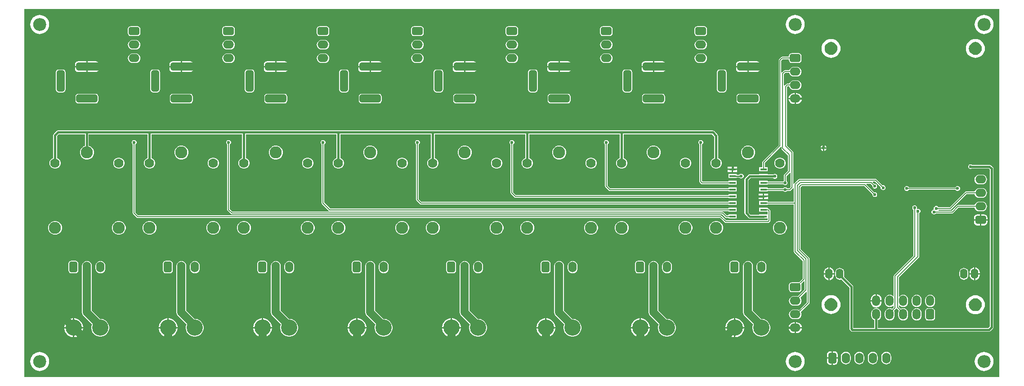
<source format=gbl>
G04*
G04 #@! TF.GenerationSoftware,Altium Limited,Altium Designer,21.6.1 (37)*
G04*
G04 Layer_Physical_Order=2*
G04 Layer_Color=16711680*
%FSTAX24Y24*%
%MOIN*%
G70*
G04*
G04 #@! TF.SameCoordinates,81F21C5A-03A8-4AE1-96E5-B6EC8A9FC791*
G04*
G04*
G04 #@! TF.FilePolarity,Positive*
G04*
G01*
G75*
%ADD11C,0.0100*%
%ADD12C,0.0150*%
%ADD44C,0.0070*%
%ADD45C,0.0600*%
G04:AMPARAMS|DCode=46|XSize=80mil|YSize=60mil|CornerRadius=15mil|HoleSize=0mil|Usage=FLASHONLY|Rotation=0.000|XOffset=0mil|YOffset=0mil|HoleType=Round|Shape=RoundedRectangle|*
%AMROUNDEDRECTD46*
21,1,0.0800,0.0300,0,0,0.0*
21,1,0.0500,0.0600,0,0,0.0*
1,1,0.0300,0.0250,-0.0150*
1,1,0.0300,-0.0250,-0.0150*
1,1,0.0300,-0.0250,0.0150*
1,1,0.0300,0.0250,0.0150*
%
%ADD46ROUNDEDRECTD46*%
%ADD47O,0.0800X0.0600*%
%ADD48O,0.0600X0.0787*%
G04:AMPARAMS|DCode=49|XSize=78.7mil|YSize=60mil|CornerRadius=15mil|HoleSize=0mil|Usage=FLASHONLY|Rotation=90.000|XOffset=0mil|YOffset=0mil|HoleType=Round|Shape=RoundedRectangle|*
%AMROUNDEDRECTD49*
21,1,0.0787,0.0300,0,0,90.0*
21,1,0.0487,0.0600,0,0,90.0*
1,1,0.0300,0.0150,0.0244*
1,1,0.0300,0.0150,-0.0244*
1,1,0.0300,-0.0150,-0.0244*
1,1,0.0300,-0.0150,0.0244*
%
%ADD49ROUNDEDRECTD49*%
%ADD50O,0.0600X0.0800*%
G04:AMPARAMS|DCode=51|XSize=80mil|YSize=60mil|CornerRadius=15mil|HoleSize=0mil|Usage=FLASHONLY|Rotation=270.000|XOffset=0mil|YOffset=0mil|HoleType=Round|Shape=RoundedRectangle|*
%AMROUNDEDRECTD51*
21,1,0.0800,0.0300,0,0,270.0*
21,1,0.0500,0.0600,0,0,270.0*
1,1,0.0300,-0.0150,-0.0250*
1,1,0.0300,-0.0150,0.0250*
1,1,0.0300,0.0150,0.0250*
1,1,0.0300,0.0150,-0.0250*
%
%ADD51ROUNDEDRECTD51*%
%ADD52O,0.0550X0.0750*%
%ADD53C,0.0700*%
%ADD54C,0.0900*%
G04:AMPARAMS|DCode=55|XSize=157.5mil|YSize=59.1mil|CornerRadius=14.8mil|HoleSize=0mil|Usage=FLASHONLY|Rotation=270.000|XOffset=0mil|YOffset=0mil|HoleType=Round|Shape=RoundedRectangle|*
%AMROUNDEDRECTD55*
21,1,0.1575,0.0295,0,0,270.0*
21,1,0.1280,0.0591,0,0,270.0*
1,1,0.0295,-0.0148,-0.0640*
1,1,0.0295,-0.0148,0.0640*
1,1,0.0295,0.0148,0.0640*
1,1,0.0295,0.0148,-0.0640*
%
%ADD55ROUNDEDRECTD55*%
G04:AMPARAMS|DCode=56|XSize=157.5mil|YSize=59.1mil|CornerRadius=14.8mil|HoleSize=0mil|Usage=FLASHONLY|Rotation=180.000|XOffset=0mil|YOffset=0mil|HoleType=Round|Shape=RoundedRectangle|*
%AMROUNDEDRECTD56*
21,1,0.1575,0.0295,0,0,180.0*
21,1,0.1280,0.0591,0,0,180.0*
1,1,0.0295,-0.0640,0.0148*
1,1,0.0295,0.0640,0.0148*
1,1,0.0295,0.0640,-0.0148*
1,1,0.0295,-0.0640,-0.0148*
%
%ADD56ROUNDEDRECTD56*%
%ADD57C,0.1200*%
%ADD58C,0.0236*%
%ADD59R,0.0500X0.0180*%
G36*
X082638Y020362D02*
X010362D01*
X010362Y047638D01*
X082638D01*
X082638Y020362D01*
D02*
G37*
%LPC*%
G36*
X0815Y047204D02*
X081363Y04719D01*
X081231Y04715D01*
X081109Y047085D01*
X081002Y046998D01*
X080915Y046891D01*
X08085Y046769D01*
X08081Y046637D01*
X080796Y0465D01*
X08081Y046363D01*
X08085Y046231D01*
X080915Y046109D01*
X081002Y046002D01*
X081109Y045915D01*
X081231Y04585D01*
X081363Y04581D01*
X0815Y045796D01*
X081637Y04581D01*
X081769Y04585D01*
X081891Y045915D01*
X081998Y046002D01*
X082085Y046109D01*
X08215Y046231D01*
X08219Y046363D01*
X082204Y0465D01*
X08219Y046637D01*
X08215Y046769D01*
X082085Y046891D01*
X081998Y046998D01*
X081891Y047085D01*
X081769Y04715D01*
X081637Y04719D01*
X0815Y047204D01*
D02*
G37*
G36*
X0675D02*
X067363Y04719D01*
X067231Y04715D01*
X067109Y047085D01*
X067002Y046998D01*
X066915Y046891D01*
X06685Y046769D01*
X06681Y046637D01*
X066796Y0465D01*
X06681Y046363D01*
X06685Y046231D01*
X066915Y046109D01*
X067002Y046002D01*
X067109Y045915D01*
X067231Y04585D01*
X067363Y04581D01*
X0675Y045796D01*
X067637Y04581D01*
X067769Y04585D01*
X067891Y045915D01*
X067998Y046002D01*
X068085Y046109D01*
X06815Y046231D01*
X06819Y046363D01*
X068204Y0465D01*
X06819Y046637D01*
X06815Y046769D01*
X068085Y046891D01*
X067998Y046998D01*
X067891Y047085D01*
X067769Y04715D01*
X067637Y04719D01*
X0675Y047204D01*
D02*
G37*
G36*
X0115D02*
X011363Y04719D01*
X011231Y04715D01*
X011109Y047085D01*
X011002Y046998D01*
X010915Y046891D01*
X01085Y046769D01*
X01081Y046637D01*
X010796Y0465D01*
X01081Y046363D01*
X01085Y046231D01*
X010915Y046109D01*
X011002Y046002D01*
X011109Y045915D01*
X011231Y04585D01*
X011363Y04581D01*
X0115Y045796D01*
X011637Y04581D01*
X011769Y04585D01*
X011891Y045915D01*
X011998Y046002D01*
X012085Y046109D01*
X01215Y046231D01*
X01219Y046363D01*
X012204Y0465D01*
X01219Y046637D01*
X01215Y046769D01*
X012085Y046891D01*
X011998Y046998D01*
X011891Y047085D01*
X011769Y04715D01*
X011637Y04719D01*
X0115Y047204D01*
D02*
G37*
G36*
X06075Y046364D02*
X06025D01*
X060168Y046348D01*
X060099Y046301D01*
X060052Y046232D01*
X060036Y04615D01*
Y04585D01*
X060052Y045768D01*
X060099Y045699D01*
X060168Y045652D01*
X06025Y045636D01*
X06075D01*
X060832Y045652D01*
X060901Y045699D01*
X060948Y045768D01*
X060964Y04585D01*
Y04615D01*
X060948Y046232D01*
X060901Y046301D01*
X060832Y046348D01*
X06075Y046364D01*
D02*
G37*
G36*
X05375D02*
X05325D01*
X053168Y046348D01*
X053099Y046301D01*
X053052Y046232D01*
X053036Y04615D01*
Y04585D01*
X053052Y045768D01*
X053099Y045699D01*
X053168Y045652D01*
X05325Y045636D01*
X05375D01*
X053832Y045652D01*
X053901Y045699D01*
X053948Y045768D01*
X053964Y04585D01*
Y04615D01*
X053948Y046232D01*
X053901Y046301D01*
X053832Y046348D01*
X05375Y046364D01*
D02*
G37*
G36*
X04675D02*
X04625D01*
X046168Y046348D01*
X046099Y046301D01*
X046052Y046232D01*
X046036Y04615D01*
Y04585D01*
X046052Y045768D01*
X046099Y045699D01*
X046168Y045652D01*
X04625Y045636D01*
X04675D01*
X046832Y045652D01*
X046901Y045699D01*
X046948Y045768D01*
X046964Y04585D01*
Y04615D01*
X046948Y046232D01*
X046901Y046301D01*
X046832Y046348D01*
X04675Y046364D01*
D02*
G37*
G36*
X03975D02*
X03925D01*
X039168Y046348D01*
X039099Y046301D01*
X039052Y046232D01*
X039036Y04615D01*
Y04585D01*
X039052Y045768D01*
X039099Y045699D01*
X039168Y045652D01*
X03925Y045636D01*
X03975D01*
X039832Y045652D01*
X039901Y045699D01*
X039948Y045768D01*
X039964Y04585D01*
Y04615D01*
X039948Y046232D01*
X039901Y046301D01*
X039832Y046348D01*
X03975Y046364D01*
D02*
G37*
G36*
X03275D02*
X03225D01*
X032168Y046348D01*
X032099Y046301D01*
X032052Y046232D01*
X032036Y04615D01*
Y04585D01*
X032052Y045768D01*
X032099Y045699D01*
X032168Y045652D01*
X03225Y045636D01*
X03275D01*
X032832Y045652D01*
X032901Y045699D01*
X032948Y045768D01*
X032964Y04585D01*
Y04615D01*
X032948Y046232D01*
X032901Y046301D01*
X032832Y046348D01*
X03275Y046364D01*
D02*
G37*
G36*
X02575D02*
X02525D01*
X025168Y046348D01*
X025099Y046301D01*
X025052Y046232D01*
X025036Y04615D01*
Y04585D01*
X025052Y045768D01*
X025099Y045699D01*
X025168Y045652D01*
X02525Y045636D01*
X02575D01*
X025832Y045652D01*
X025901Y045699D01*
X025948Y045768D01*
X025964Y04585D01*
Y04615D01*
X025948Y046232D01*
X025901Y046301D01*
X025832Y046348D01*
X02575Y046364D01*
D02*
G37*
G36*
X01875D02*
X01825D01*
X018168Y046348D01*
X018099Y046301D01*
X018052Y046232D01*
X018036Y04615D01*
Y04585D01*
X018052Y045768D01*
X018099Y045699D01*
X018168Y045652D01*
X01825Y045636D01*
X01875D01*
X018832Y045652D01*
X018901Y045699D01*
X018948Y045768D01*
X018964Y04585D01*
Y04615D01*
X018948Y046232D01*
X018901Y046301D01*
X018832Y046348D01*
X01875Y046364D01*
D02*
G37*
G36*
X0606Y045363D02*
X0604D01*
X060306Y045351D01*
X060218Y045314D01*
X060143Y045257D01*
X060086Y045182D01*
X060049Y045094D01*
X060037Y045D01*
X060049Y044906D01*
X060086Y044818D01*
X060143Y044743D01*
X060218Y044686D01*
X060306Y044649D01*
X0604Y044637D01*
X0606D01*
X060694Y044649D01*
X060782Y044686D01*
X060857Y044743D01*
X060914Y044818D01*
X060951Y044906D01*
X060963Y045D01*
X060951Y045094D01*
X060914Y045182D01*
X060857Y045257D01*
X060782Y045314D01*
X060694Y045351D01*
X0606Y045363D01*
D02*
G37*
G36*
X0536D02*
X0534D01*
X053306Y045351D01*
X053218Y045314D01*
X053143Y045257D01*
X053086Y045182D01*
X053049Y045094D01*
X053037Y045D01*
X053049Y044906D01*
X053086Y044818D01*
X053143Y044743D01*
X053218Y044686D01*
X053306Y044649D01*
X0534Y044637D01*
X0536D01*
X053694Y044649D01*
X053782Y044686D01*
X053857Y044743D01*
X053914Y044818D01*
X053951Y044906D01*
X053963Y045D01*
X053951Y045094D01*
X053914Y045182D01*
X053857Y045257D01*
X053782Y045314D01*
X053694Y045351D01*
X0536Y045363D01*
D02*
G37*
G36*
X0466D02*
X0464D01*
X046306Y045351D01*
X046218Y045314D01*
X046143Y045257D01*
X046086Y045182D01*
X046049Y045094D01*
X046037Y045D01*
X046049Y044906D01*
X046086Y044818D01*
X046143Y044743D01*
X046218Y044686D01*
X046306Y044649D01*
X0464Y044637D01*
X0466D01*
X046694Y044649D01*
X046782Y044686D01*
X046857Y044743D01*
X046914Y044818D01*
X046951Y044906D01*
X046963Y045D01*
X046951Y045094D01*
X046914Y045182D01*
X046857Y045257D01*
X046782Y045314D01*
X046694Y045351D01*
X0466Y045363D01*
D02*
G37*
G36*
X0396D02*
X0394D01*
X039306Y045351D01*
X039218Y045314D01*
X039143Y045257D01*
X039086Y045182D01*
X039049Y045094D01*
X039037Y045D01*
X039049Y044906D01*
X039086Y044818D01*
X039143Y044743D01*
X039218Y044686D01*
X039306Y044649D01*
X0394Y044637D01*
X0396D01*
X039694Y044649D01*
X039782Y044686D01*
X039857Y044743D01*
X039914Y044818D01*
X039951Y044906D01*
X039963Y045D01*
X039951Y045094D01*
X039914Y045182D01*
X039857Y045257D01*
X039782Y045314D01*
X039694Y045351D01*
X0396Y045363D01*
D02*
G37*
G36*
X0326D02*
X0324D01*
X032306Y045351D01*
X032218Y045314D01*
X032143Y045257D01*
X032086Y045182D01*
X032049Y045094D01*
X032037Y045D01*
X032049Y044906D01*
X032086Y044818D01*
X032143Y044743D01*
X032218Y044686D01*
X032306Y044649D01*
X0324Y044637D01*
X0326D01*
X032694Y044649D01*
X032782Y044686D01*
X032857Y044743D01*
X032914Y044818D01*
X032951Y044906D01*
X032963Y045D01*
X032951Y045094D01*
X032914Y045182D01*
X032857Y045257D01*
X032782Y045314D01*
X032694Y045351D01*
X0326Y045363D01*
D02*
G37*
G36*
X0256D02*
X0254D01*
X025306Y045351D01*
X025218Y045314D01*
X025143Y045257D01*
X025086Y045182D01*
X025049Y045094D01*
X025037Y045D01*
X025049Y044906D01*
X025086Y044818D01*
X025143Y044743D01*
X025218Y044686D01*
X025306Y044649D01*
X0254Y044637D01*
X0256D01*
X025694Y044649D01*
X025782Y044686D01*
X025857Y044743D01*
X025914Y044818D01*
X025951Y044906D01*
X025963Y045D01*
X025951Y045094D01*
X025914Y045182D01*
X025857Y045257D01*
X025782Y045314D01*
X025694Y045351D01*
X0256Y045363D01*
D02*
G37*
G36*
X0186D02*
X0184D01*
X018306Y045351D01*
X018218Y045314D01*
X018143Y045257D01*
X018086Y045182D01*
X018049Y045094D01*
X018037Y045D01*
X018049Y044906D01*
X018086Y044818D01*
X018143Y044743D01*
X018218Y044686D01*
X018306Y044649D01*
X0184Y044637D01*
X0186D01*
X018694Y044649D01*
X018782Y044686D01*
X018857Y044743D01*
X018914Y044818D01*
X018951Y044906D01*
X018963Y045D01*
X018951Y045094D01*
X018914Y045182D01*
X018857Y045257D01*
X018782Y045314D01*
X018694Y045351D01*
X0186Y045363D01*
D02*
G37*
G36*
X070153Y045428D02*
X070016Y045414D01*
X069883Y045374D01*
X069762Y045309D01*
X069655Y045222D01*
X069568Y045115D01*
X069503Y044993D01*
X069462Y044861D01*
X069449Y044724D01*
X069462Y044587D01*
X069503Y044455D01*
X069568Y044333D01*
X069655Y044226D01*
X069762Y044139D01*
X069883Y044074D01*
X070016Y044034D01*
X070153Y04402D01*
X07029Y044034D01*
X070422Y044074D01*
X070544Y044139D01*
X070651Y044226D01*
X070738Y044333D01*
X070803Y044455D01*
X070843Y044587D01*
X070857Y044724D01*
X070843Y044861D01*
X070803Y044993D01*
X070738Y045115D01*
X070651Y045222D01*
X070544Y045309D01*
X070422Y045374D01*
X07029Y045414D01*
X070153Y045428D01*
D02*
G37*
G36*
X08085Y045424D02*
X080713Y04541D01*
X080581Y04537D01*
X080459Y045305D01*
X080352Y045218D01*
X080265Y045111D01*
X0802Y044989D01*
X08016Y044857D01*
X080146Y04472D01*
X08016Y044583D01*
X0802Y044451D01*
X080265Y044329D01*
X080352Y044222D01*
X080459Y044135D01*
X080581Y04407D01*
X080713Y04403D01*
X08085Y044016D01*
X080987Y04403D01*
X081119Y04407D01*
X081241Y044135D01*
X081348Y044222D01*
X081435Y044329D01*
X0815Y044451D01*
X08154Y044583D01*
X081554Y04472D01*
X08154Y044857D01*
X0815Y044989D01*
X081435Y045111D01*
X081348Y045218D01*
X081241Y045305D01*
X081119Y04537D01*
X080987Y04541D01*
X08085Y045424D01*
D02*
G37*
G36*
X0606Y044363D02*
X0604D01*
X060306Y044351D01*
X060218Y044314D01*
X060143Y044257D01*
X060086Y044182D01*
X060049Y044094D01*
X060037Y044D01*
X060049Y043906D01*
X060086Y043818D01*
X060143Y043743D01*
X060218Y043686D01*
X060306Y043649D01*
X0604Y043637D01*
X0606D01*
X060694Y043649D01*
X060782Y043686D01*
X060857Y043743D01*
X060914Y043818D01*
X060951Y043906D01*
X060963Y044D01*
X060951Y044094D01*
X060914Y044182D01*
X060857Y044257D01*
X060782Y044314D01*
X060694Y044351D01*
X0606Y044363D01*
D02*
G37*
G36*
X0536D02*
X0534D01*
X053306Y044351D01*
X053218Y044314D01*
X053143Y044257D01*
X053086Y044182D01*
X053049Y044094D01*
X053037Y044D01*
X053049Y043906D01*
X053086Y043818D01*
X053143Y043743D01*
X053218Y043686D01*
X053306Y043649D01*
X0534Y043637D01*
X0536D01*
X053694Y043649D01*
X053782Y043686D01*
X053857Y043743D01*
X053914Y043818D01*
X053951Y043906D01*
X053963Y044D01*
X053951Y044094D01*
X053914Y044182D01*
X053857Y044257D01*
X053782Y044314D01*
X053694Y044351D01*
X0536Y044363D01*
D02*
G37*
G36*
X0466D02*
X0464D01*
X046306Y044351D01*
X046218Y044314D01*
X046143Y044257D01*
X046086Y044182D01*
X046049Y044094D01*
X046037Y044D01*
X046049Y043906D01*
X046086Y043818D01*
X046143Y043743D01*
X046218Y043686D01*
X046306Y043649D01*
X0464Y043637D01*
X0466D01*
X046694Y043649D01*
X046782Y043686D01*
X046857Y043743D01*
X046914Y043818D01*
X046951Y043906D01*
X046963Y044D01*
X046951Y044094D01*
X046914Y044182D01*
X046857Y044257D01*
X046782Y044314D01*
X046694Y044351D01*
X0466Y044363D01*
D02*
G37*
G36*
X0396D02*
X0394D01*
X039306Y044351D01*
X039218Y044314D01*
X039143Y044257D01*
X039086Y044182D01*
X039049Y044094D01*
X039037Y044D01*
X039049Y043906D01*
X039086Y043818D01*
X039143Y043743D01*
X039218Y043686D01*
X039306Y043649D01*
X0394Y043637D01*
X0396D01*
X039694Y043649D01*
X039782Y043686D01*
X039857Y043743D01*
X039914Y043818D01*
X039951Y043906D01*
X039963Y044D01*
X039951Y044094D01*
X039914Y044182D01*
X039857Y044257D01*
X039782Y044314D01*
X039694Y044351D01*
X0396Y044363D01*
D02*
G37*
G36*
X0326D02*
X0324D01*
X032306Y044351D01*
X032218Y044314D01*
X032143Y044257D01*
X032086Y044182D01*
X032049Y044094D01*
X032037Y044D01*
X032049Y043906D01*
X032086Y043818D01*
X032143Y043743D01*
X032218Y043686D01*
X032306Y043649D01*
X0324Y043637D01*
X0326D01*
X032694Y043649D01*
X032782Y043686D01*
X032857Y043743D01*
X032914Y043818D01*
X032951Y043906D01*
X032963Y044D01*
X032951Y044094D01*
X032914Y044182D01*
X032857Y044257D01*
X032782Y044314D01*
X032694Y044351D01*
X0326Y044363D01*
D02*
G37*
G36*
X0256D02*
X0254D01*
X025306Y044351D01*
X025218Y044314D01*
X025143Y044257D01*
X025086Y044182D01*
X025049Y044094D01*
X025037Y044D01*
X025049Y043906D01*
X025086Y043818D01*
X025143Y043743D01*
X025218Y043686D01*
X025306Y043649D01*
X0254Y043637D01*
X0256D01*
X025694Y043649D01*
X025782Y043686D01*
X025857Y043743D01*
X025914Y043818D01*
X025951Y043906D01*
X025963Y044D01*
X025951Y044094D01*
X025914Y044182D01*
X025857Y044257D01*
X025782Y044314D01*
X025694Y044351D01*
X0256Y044363D01*
D02*
G37*
G36*
X0186D02*
X0184D01*
X018306Y044351D01*
X018218Y044314D01*
X018143Y044257D01*
X018086Y044182D01*
X018049Y044094D01*
X018037Y044D01*
X018049Y043906D01*
X018086Y043818D01*
X018143Y043743D01*
X018218Y043686D01*
X018306Y043649D01*
X0184Y043637D01*
X0186D01*
X018694Y043649D01*
X018782Y043686D01*
X018857Y043743D01*
X018914Y043818D01*
X018951Y043906D01*
X018963Y044D01*
X018951Y044094D01*
X018914Y044182D01*
X018857Y044257D01*
X018782Y044314D01*
X018694Y044351D01*
X0186Y044363D01*
D02*
G37*
G36*
X06775Y044364D02*
X06725D01*
X067168Y044348D01*
X067099Y044301D01*
X067052Y044232D01*
X067036Y04415D01*
Y044097D01*
X06651D01*
X066473Y044089D01*
X066442Y044068D01*
X066302Y043928D01*
X066281Y043897D01*
X066273Y04386D01*
Y037542D01*
X065079Y036348D01*
X065058Y036317D01*
X065051Y03628D01*
Y0359D01*
X064838D01*
Y0356D01*
X065458D01*
Y0359D01*
X065245D01*
Y03624D01*
X066423Y037418D01*
X066473Y037398D01*
Y03731D01*
X066481Y037273D01*
X066502Y037242D01*
X066953Y03679D01*
Y03564D01*
X066682Y035368D01*
X066661Y035337D01*
X066653Y0353D01*
Y034903D01*
X066649Y034901D01*
X066599Y034851D01*
X066597Y034847D01*
X065458D01*
Y0349D01*
X064838D01*
Y0346D01*
X065458D01*
Y034653D01*
X066597D01*
X066599Y034649D01*
X066649Y034599D01*
X066715Y034572D01*
X066785D01*
X066851Y034599D01*
X066901Y034649D01*
X066928Y034715D01*
Y034785D01*
X066901Y034851D01*
X066851Y034901D01*
X066847Y034903D01*
Y03526D01*
X067113Y035526D01*
X067135Y035523D01*
X067163Y035508D01*
Y03445D01*
X06706Y034347D01*
X066903D01*
X066901Y034351D01*
X066851Y034401D01*
X066785Y034428D01*
X066715D01*
X066649Y034401D01*
X066599Y034351D01*
X066597Y034347D01*
X065458D01*
Y0344D01*
X064838D01*
Y0341D01*
X065458D01*
Y034153D01*
X066597D01*
X066599Y034149D01*
X066649Y034099D01*
X066715Y034072D01*
X066785D01*
X066851Y034099D01*
X066901Y034149D01*
X066903Y034153D01*
X0671D01*
X067137Y034161D01*
X067168Y034182D01*
X067328Y034342D01*
X067349Y034373D01*
X067353Y034391D01*
X067403Y034386D01*
Y033346D01*
X065458D01*
Y0334D01*
X064838D01*
Y0331D01*
X065458D01*
Y033153D01*
X067403D01*
Y02965D01*
X067411Y029613D01*
X067432Y029582D01*
X068053Y02896D01*
Y027652D01*
X067762Y027362D01*
X06775Y027364D01*
X06725D01*
X067168Y027348D01*
X067099Y027301D01*
X067052Y027232D01*
X067036Y02715D01*
Y02685D01*
X067052Y026768D01*
X067099Y026699D01*
X067168Y026652D01*
X06725Y026636D01*
X06775D01*
X067832Y026652D01*
X067901Y026699D01*
X067948Y026768D01*
X067964Y02685D01*
Y02715D01*
X067948Y027232D01*
X067931Y027257D01*
X068157Y027482D01*
X068203Y027463D01*
Y02684D01*
X067708Y026345D01*
X067694Y026351D01*
X0676Y026363D01*
X0674D01*
X067306Y026351D01*
X067218Y026314D01*
X067143Y026257D01*
X067086Y026182D01*
X067049Y026094D01*
X067037Y026D01*
X067049Y025906D01*
X067086Y025818D01*
X067143Y025743D01*
X067218Y025686D01*
X067306Y025649D01*
X0674Y025637D01*
X0676D01*
X067694Y025649D01*
X067782Y025686D01*
X067857Y025743D01*
X067914Y025818D01*
X067951Y025906D01*
X067963Y026D01*
X067951Y026094D01*
X067914Y026182D01*
X067873Y026236D01*
X068307Y02667D01*
X068353Y026651D01*
Y02589D01*
X067779Y025316D01*
X067694Y025351D01*
X0676Y025363D01*
X0674D01*
X067306Y025351D01*
X067218Y025314D01*
X067143Y025257D01*
X067086Y025182D01*
X067049Y025094D01*
X067037Y025D01*
X067049Y024906D01*
X067086Y024818D01*
X067143Y024743D01*
X067218Y024686D01*
X067306Y024649D01*
X0674Y024637D01*
X0676D01*
X067694Y024649D01*
X067782Y024686D01*
X067857Y024743D01*
X067914Y024818D01*
X067951Y024906D01*
X067963Y025D01*
X067951Y025094D01*
X067916Y025179D01*
X068518Y025782D01*
X068539Y025813D01*
X068547Y02585D01*
Y02915D01*
X068539Y029187D01*
X068518Y029218D01*
X067897Y02984D01*
Y03441D01*
X06801Y034523D01*
X07261D01*
X073214Y033919D01*
X073212Y033915D01*
Y033845D01*
X073239Y033779D01*
X073289Y033729D01*
X073355Y033702D01*
X073425D01*
X073491Y033729D01*
X073541Y033779D01*
X073568Y033845D01*
Y033915D01*
X073541Y033981D01*
X073491Y034031D01*
X073425Y034058D01*
X073355D01*
X073351Y034056D01*
X07277Y034637D01*
X072789Y034683D01*
X073067D01*
X073213Y034538D01*
X073212Y034535D01*
Y034465D01*
X073239Y034399D01*
X073289Y034349D01*
X073355Y034322D01*
X073425D01*
X073491Y034349D01*
X073541Y034399D01*
X073568Y034465D01*
Y034535D01*
X073541Y034601D01*
X073491Y034651D01*
X073425Y034678D01*
X073355D01*
X073349Y034676D01*
X073221Y034803D01*
X073242Y034853D01*
X07341D01*
X073834Y034429D01*
X073832Y034425D01*
Y034355D01*
X073859Y034289D01*
X073909Y034239D01*
X073975Y034212D01*
X074045D01*
X074111Y034239D01*
X074161Y034289D01*
X074188Y034355D01*
Y034425D01*
X074161Y034491D01*
X074111Y034541D01*
X074045Y034568D01*
X073975D01*
X073971Y034566D01*
X073518Y035018D01*
X073487Y035039D01*
X07345Y035047D01*
X06781D01*
X067773Y035039D01*
X067742Y035018D01*
X067432Y034708D01*
X067411Y034677D01*
X067407Y034659D01*
X067357Y034664D01*
Y037D01*
X067349Y037037D01*
X067328Y037068D01*
X066877Y03752D01*
Y04185D01*
X06693Y041903D01*
X06705D01*
X067086Y041818D01*
X067143Y041743D01*
X067218Y041686D01*
X067306Y041649D01*
X0674Y041637D01*
X0676D01*
X067694Y041649D01*
X067782Y041686D01*
X067857Y041743D01*
X067914Y041818D01*
X067951Y041906D01*
X067963Y042D01*
X067951Y042094D01*
X067914Y042182D01*
X067857Y042257D01*
X067782Y042314D01*
X067694Y042351D01*
X0676Y042363D01*
X0674D01*
X067306Y042351D01*
X067218Y042314D01*
X067143Y042257D01*
X067086Y042182D01*
X06705Y042097D01*
X06689D01*
X066853Y042089D01*
X066822Y042068D01*
X066717Y041964D01*
X066695Y041967D01*
X066667Y041982D01*
Y04281D01*
X06676Y042903D01*
X06705D01*
X067086Y042818D01*
X067143Y042743D01*
X067218Y042686D01*
X067306Y042649D01*
X0674Y042637D01*
X0676D01*
X067694Y042649D01*
X067782Y042686D01*
X067857Y042743D01*
X067914Y042818D01*
X067951Y042906D01*
X067963Y043D01*
X067951Y043094D01*
X067914Y043182D01*
X067857Y043257D01*
X067782Y043314D01*
X067694Y043351D01*
X0676Y043363D01*
X0674D01*
X067306Y043351D01*
X067218Y043314D01*
X067143Y043257D01*
X067086Y043182D01*
X06705Y043097D01*
X06672D01*
X066683Y043089D01*
X066652Y043068D01*
X066517Y042934D01*
X066467Y042955D01*
Y04382D01*
X06655Y043903D01*
X067036D01*
Y04385D01*
X067052Y043768D01*
X067099Y043699D01*
X067168Y043652D01*
X06725Y043636D01*
X06775D01*
X067832Y043652D01*
X067901Y043699D01*
X067948Y043768D01*
X067964Y04385D01*
Y04415D01*
X067948Y044232D01*
X067901Y044301D01*
X067832Y044348D01*
X06775Y044364D01*
D02*
G37*
G36*
X05764Y043772D02*
X05705D01*
Y043422D01*
X057892D01*
Y04352D01*
X057873Y043616D01*
X057818Y043698D01*
X057736Y043753D01*
X05764Y043772D01*
D02*
G37*
G36*
X02964D02*
X02905D01*
Y043422D01*
X029892D01*
Y04352D01*
X029873Y043616D01*
X029818Y043698D01*
X029736Y043753D01*
X02964Y043772D01*
D02*
G37*
G36*
X05064D02*
X05005D01*
Y043422D01*
X050892D01*
Y04352D01*
X050873Y043616D01*
X050818Y043698D01*
X050736Y043753D01*
X05064Y043772D01*
D02*
G37*
G36*
X03664D02*
X03605D01*
Y043422D01*
X036892D01*
Y04352D01*
X036873Y043616D01*
X036818Y043698D01*
X036736Y043753D01*
X03664Y043772D01*
D02*
G37*
G36*
X02264D02*
X02205D01*
Y043422D01*
X022892D01*
Y04352D01*
X022873Y043616D01*
X022818Y043698D01*
X022736Y043753D01*
X02264Y043772D01*
D02*
G37*
G36*
X06464D02*
X06405D01*
Y043422D01*
X064892D01*
Y04352D01*
X064873Y043616D01*
X064818Y043698D01*
X064736Y043753D01*
X06464Y043772D01*
D02*
G37*
G36*
X04364D02*
X04305D01*
Y043422D01*
X043892D01*
Y04352D01*
X043873Y043616D01*
X043818Y043698D01*
X043736Y043753D01*
X04364Y043772D01*
D02*
G37*
G36*
X01564D02*
X01505D01*
Y043422D01*
X015892D01*
Y04352D01*
X015873Y043616D01*
X015818Y043698D01*
X015736Y043753D01*
X01564Y043772D01*
D02*
G37*
G36*
X05695D02*
X05636D01*
X056264Y043753D01*
X056182Y043698D01*
X056127Y043616D01*
X056108Y04352D01*
Y043422D01*
X05695D01*
Y043772D01*
D02*
G37*
G36*
X02895D02*
X02836D01*
X028264Y043753D01*
X028182Y043698D01*
X028127Y043616D01*
X028108Y04352D01*
Y043422D01*
X02895D01*
Y043772D01*
D02*
G37*
G36*
X06395D02*
X06336D01*
X063264Y043753D01*
X063182Y043698D01*
X063127Y043616D01*
X063108Y04352D01*
Y043422D01*
X06395D01*
Y043772D01*
D02*
G37*
G36*
X04995D02*
X04936D01*
X049264Y043753D01*
X049182Y043698D01*
X049127Y043616D01*
X049108Y04352D01*
Y043422D01*
X04995D01*
Y043772D01*
D02*
G37*
G36*
X03595D02*
X03536D01*
X035264Y043753D01*
X035182Y043698D01*
X035127Y043616D01*
X035108Y04352D01*
Y043422D01*
X03595D01*
Y043772D01*
D02*
G37*
G36*
X02195D02*
X02136D01*
X021264Y043753D01*
X021182Y043698D01*
X021127Y043616D01*
X021108Y04352D01*
Y043422D01*
X02195D01*
Y043772D01*
D02*
G37*
G36*
X04295D02*
X04236D01*
X042264Y043753D01*
X042182Y043698D01*
X042127Y043616D01*
X042108Y04352D01*
Y043422D01*
X04295D01*
Y043772D01*
D02*
G37*
G36*
X01495D02*
X01436D01*
X014264Y043753D01*
X014182Y043698D01*
X014127Y043616D01*
X014108Y04352D01*
Y043422D01*
X01495D01*
Y043772D01*
D02*
G37*
G36*
X064892Y043322D02*
X06405D01*
Y042972D01*
X06464D01*
X064736Y042991D01*
X064818Y043046D01*
X064873Y043128D01*
X064892Y043224D01*
Y043322D01*
D02*
G37*
G36*
X06395D02*
X063108D01*
Y043224D01*
X063127Y043128D01*
X063182Y043046D01*
X063264Y042991D01*
X06336Y042972D01*
X06395D01*
Y043322D01*
D02*
G37*
G36*
X057892D02*
X05705D01*
Y042972D01*
X05764D01*
X057736Y042991D01*
X057818Y043046D01*
X057873Y043128D01*
X057892Y043224D01*
Y043322D01*
D02*
G37*
G36*
X05695D02*
X056108D01*
Y043224D01*
X056127Y043128D01*
X056182Y043046D01*
X056264Y042991D01*
X05636Y042972D01*
X05695D01*
Y043322D01*
D02*
G37*
G36*
X050892D02*
X05005D01*
Y042972D01*
X05064D01*
X050736Y042991D01*
X050818Y043046D01*
X050873Y043128D01*
X050892Y043224D01*
Y043322D01*
D02*
G37*
G36*
X04995D02*
X049108D01*
Y043224D01*
X049127Y043128D01*
X049182Y043046D01*
X049264Y042991D01*
X04936Y042972D01*
X04995D01*
Y043322D01*
D02*
G37*
G36*
X043892D02*
X04305D01*
Y042972D01*
X04364D01*
X043736Y042991D01*
X043818Y043046D01*
X043873Y043128D01*
X043892Y043224D01*
Y043322D01*
D02*
G37*
G36*
X04295D02*
X042108D01*
Y043224D01*
X042127Y043128D01*
X042182Y043046D01*
X042264Y042991D01*
X04236Y042972D01*
X04295D01*
Y043322D01*
D02*
G37*
G36*
X036892D02*
X03605D01*
Y042972D01*
X03664D01*
X036736Y042991D01*
X036818Y043046D01*
X036873Y043128D01*
X036892Y043224D01*
Y043322D01*
D02*
G37*
G36*
X03595D02*
X035108D01*
Y043224D01*
X035127Y043128D01*
X035182Y043046D01*
X035264Y042991D01*
X03536Y042972D01*
X03595D01*
Y043322D01*
D02*
G37*
G36*
X029892D02*
X02905D01*
Y042972D01*
X02964D01*
X029736Y042991D01*
X029818Y043046D01*
X029873Y043128D01*
X029892Y043224D01*
Y043322D01*
D02*
G37*
G36*
X02895D02*
X028108D01*
Y043224D01*
X028127Y043128D01*
X028182Y043046D01*
X028264Y042991D01*
X02836Y042972D01*
X02895D01*
Y043322D01*
D02*
G37*
G36*
X022892D02*
X02205D01*
Y042972D01*
X02264D01*
X022736Y042991D01*
X022818Y043046D01*
X022873Y043128D01*
X022892Y043224D01*
Y043322D01*
D02*
G37*
G36*
X02195D02*
X021108D01*
Y043224D01*
X021127Y043128D01*
X021182Y043046D01*
X021264Y042991D01*
X02136Y042972D01*
X02195D01*
Y043322D01*
D02*
G37*
G36*
X015892D02*
X01505D01*
Y042972D01*
X01564D01*
X015736Y042991D01*
X015818Y043046D01*
X015873Y043128D01*
X015892Y043224D01*
Y043322D01*
D02*
G37*
G36*
X01495D02*
X014108D01*
Y043224D01*
X014127Y043128D01*
X014182Y043046D01*
X014264Y042991D01*
X01436Y042972D01*
X01495D01*
Y043322D01*
D02*
G37*
G36*
X062209Y043161D02*
X061913D01*
X061832Y043144D01*
X061764Y043099D01*
X061718Y04303D01*
X061702Y042949D01*
Y041669D01*
X061718Y041588D01*
X061764Y04152D01*
X061832Y041474D01*
X061913Y041458D01*
X062209D01*
X06229Y041474D01*
X062358Y04152D01*
X062404Y041588D01*
X06242Y041669D01*
Y042949D01*
X062404Y04303D01*
X062358Y043099D01*
X06229Y043144D01*
X062209Y043161D01*
D02*
G37*
G36*
X055209D02*
X054913D01*
X054832Y043144D01*
X054764Y043099D01*
X054718Y04303D01*
X054702Y042949D01*
Y041669D01*
X054718Y041588D01*
X054764Y04152D01*
X054832Y041474D01*
X054913Y041458D01*
X055209D01*
X05529Y041474D01*
X055358Y04152D01*
X055404Y041588D01*
X05542Y041669D01*
Y042949D01*
X055404Y04303D01*
X055358Y043099D01*
X05529Y043144D01*
X055209Y043161D01*
D02*
G37*
G36*
X048209D02*
X047913D01*
X047832Y043144D01*
X047764Y043099D01*
X047718Y04303D01*
X047702Y042949D01*
Y041669D01*
X047718Y041588D01*
X047764Y04152D01*
X047832Y041474D01*
X047913Y041458D01*
X048209D01*
X04829Y041474D01*
X048358Y04152D01*
X048404Y041588D01*
X04842Y041669D01*
Y042949D01*
X048404Y04303D01*
X048358Y043099D01*
X04829Y043144D01*
X048209Y043161D01*
D02*
G37*
G36*
X041209D02*
X040913D01*
X040832Y043144D01*
X040764Y043099D01*
X040718Y04303D01*
X040702Y042949D01*
Y041669D01*
X040718Y041588D01*
X040764Y04152D01*
X040832Y041474D01*
X040913Y041458D01*
X041209D01*
X04129Y041474D01*
X041358Y04152D01*
X041404Y041588D01*
X04142Y041669D01*
Y042949D01*
X041404Y04303D01*
X041358Y043099D01*
X04129Y043144D01*
X041209Y043161D01*
D02*
G37*
G36*
X034209D02*
X033913D01*
X033832Y043144D01*
X033764Y043099D01*
X033718Y04303D01*
X033702Y042949D01*
Y041669D01*
X033718Y041588D01*
X033764Y04152D01*
X033832Y041474D01*
X033913Y041458D01*
X034209D01*
X03429Y041474D01*
X034358Y04152D01*
X034404Y041588D01*
X03442Y041669D01*
Y042949D01*
X034404Y04303D01*
X034358Y043099D01*
X03429Y043144D01*
X034209Y043161D01*
D02*
G37*
G36*
X027209D02*
X026913D01*
X026832Y043144D01*
X026764Y043099D01*
X026718Y04303D01*
X026702Y042949D01*
Y041669D01*
X026718Y041588D01*
X026764Y04152D01*
X026832Y041474D01*
X026913Y041458D01*
X027209D01*
X02729Y041474D01*
X027358Y04152D01*
X027404Y041588D01*
X02742Y041669D01*
Y042949D01*
X027404Y04303D01*
X027358Y043099D01*
X02729Y043144D01*
X027209Y043161D01*
D02*
G37*
G36*
X020209D02*
X019913D01*
X019832Y043144D01*
X019764Y043099D01*
X019718Y04303D01*
X019702Y042949D01*
Y041669D01*
X019718Y041588D01*
X019764Y04152D01*
X019832Y041474D01*
X019913Y041458D01*
X020209D01*
X02029Y041474D01*
X020358Y04152D01*
X020404Y041588D01*
X02042Y041669D01*
Y042949D01*
X020404Y04303D01*
X020358Y043099D01*
X02029Y043144D01*
X020209Y043161D01*
D02*
G37*
G36*
X013209D02*
X012913D01*
X012832Y043144D01*
X012764Y043099D01*
X012718Y04303D01*
X012702Y042949D01*
Y041669D01*
X012718Y041588D01*
X012764Y04152D01*
X012832Y041474D01*
X012913Y041458D01*
X013209D01*
X01329Y041474D01*
X013358Y04152D01*
X013404Y041588D01*
X01342Y041669D01*
Y042949D01*
X013404Y04303D01*
X013358Y043099D01*
X01329Y043144D01*
X013209Y043161D01*
D02*
G37*
G36*
X0676Y041403D02*
X06755D01*
Y04105D01*
X067997D01*
X06799Y041104D01*
X067949Y041202D01*
X067885Y041285D01*
X067802Y041349D01*
X067704Y04139D01*
X0676Y041403D01*
D02*
G37*
G36*
X06745D02*
X0674D01*
X067296Y04139D01*
X067198Y041349D01*
X067115Y041285D01*
X067051Y041202D01*
X06701Y041104D01*
X067003Y04105D01*
X06745D01*
Y041403D01*
D02*
G37*
G36*
X06464Y041359D02*
X06336D01*
X063279Y041343D01*
X063211Y041297D01*
X063165Y041229D01*
X063149Y041148D01*
Y040852D01*
X063165Y040771D01*
X063211Y040703D01*
X063279Y040657D01*
X06336Y040641D01*
X06464D01*
X064721Y040657D01*
X064789Y040703D01*
X064835Y040771D01*
X064851Y040852D01*
Y041148D01*
X064835Y041229D01*
X064789Y041297D01*
X064721Y041343D01*
X06464Y041359D01*
D02*
G37*
G36*
X05764D02*
X05636D01*
X056279Y041343D01*
X056211Y041297D01*
X056165Y041229D01*
X056149Y041148D01*
Y040852D01*
X056165Y040771D01*
X056211Y040703D01*
X056279Y040657D01*
X05636Y040641D01*
X05764D01*
X057721Y040657D01*
X057789Y040703D01*
X057835Y040771D01*
X057851Y040852D01*
Y041148D01*
X057835Y041229D01*
X057789Y041297D01*
X057721Y041343D01*
X05764Y041359D01*
D02*
G37*
G36*
X05064D02*
X04936D01*
X049279Y041343D01*
X049211Y041297D01*
X049165Y041229D01*
X049149Y041148D01*
Y040852D01*
X049165Y040771D01*
X049211Y040703D01*
X049279Y040657D01*
X04936Y040641D01*
X05064D01*
X050721Y040657D01*
X050789Y040703D01*
X050835Y040771D01*
X050851Y040852D01*
Y041148D01*
X050835Y041229D01*
X050789Y041297D01*
X050721Y041343D01*
X05064Y041359D01*
D02*
G37*
G36*
X04364D02*
X04236D01*
X042279Y041343D01*
X042211Y041297D01*
X042165Y041229D01*
X042149Y041148D01*
Y040852D01*
X042165Y040771D01*
X042211Y040703D01*
X042279Y040657D01*
X04236Y040641D01*
X04364D01*
X043721Y040657D01*
X043789Y040703D01*
X043835Y040771D01*
X043851Y040852D01*
Y041148D01*
X043835Y041229D01*
X043789Y041297D01*
X043721Y041343D01*
X04364Y041359D01*
D02*
G37*
G36*
X03664D02*
X03536D01*
X035279Y041343D01*
X035211Y041297D01*
X035165Y041229D01*
X035149Y041148D01*
Y040852D01*
X035165Y040771D01*
X035211Y040703D01*
X035279Y040657D01*
X03536Y040641D01*
X03664D01*
X036721Y040657D01*
X036789Y040703D01*
X036835Y040771D01*
X036851Y040852D01*
Y041148D01*
X036835Y041229D01*
X036789Y041297D01*
X036721Y041343D01*
X03664Y041359D01*
D02*
G37*
G36*
X02964D02*
X02836D01*
X028279Y041343D01*
X028211Y041297D01*
X028165Y041229D01*
X028149Y041148D01*
Y040852D01*
X028165Y040771D01*
X028211Y040703D01*
X028279Y040657D01*
X02836Y040641D01*
X02964D01*
X029721Y040657D01*
X029789Y040703D01*
X029835Y040771D01*
X029851Y040852D01*
Y041148D01*
X029835Y041229D01*
X029789Y041297D01*
X029721Y041343D01*
X02964Y041359D01*
D02*
G37*
G36*
X02264D02*
X02136D01*
X021279Y041343D01*
X021211Y041297D01*
X021165Y041229D01*
X021149Y041148D01*
Y040852D01*
X021165Y040771D01*
X021211Y040703D01*
X021279Y040657D01*
X02136Y040641D01*
X02264D01*
X022721Y040657D01*
X022789Y040703D01*
X022835Y040771D01*
X022851Y040852D01*
Y041148D01*
X022835Y041229D01*
X022789Y041297D01*
X022721Y041343D01*
X02264Y041359D01*
D02*
G37*
G36*
X01564D02*
X01436D01*
X014279Y041343D01*
X014211Y041297D01*
X014165Y041229D01*
X014149Y041148D01*
Y040852D01*
X014165Y040771D01*
X014211Y040703D01*
X014279Y040657D01*
X01436Y040641D01*
X01564D01*
X015721Y040657D01*
X015789Y040703D01*
X015835Y040771D01*
X015851Y040852D01*
Y041148D01*
X015835Y041229D01*
X015789Y041297D01*
X015721Y041343D01*
X01564Y041359D01*
D02*
G37*
G36*
X067997Y04095D02*
X06755D01*
Y040597D01*
X0676D01*
X067704Y04061D01*
X067802Y040651D01*
X067885Y040715D01*
X067949Y040798D01*
X06799Y040896D01*
X067997Y04095D01*
D02*
G37*
G36*
X06745D02*
X067003D01*
X06701Y040896D01*
X067051Y040798D01*
X067115Y040715D01*
X067198Y040651D01*
X067296Y04061D01*
X0674Y040597D01*
X06745D01*
Y04095D01*
D02*
G37*
G36*
X06964Y037555D02*
Y03739D01*
X069805D01*
X069775Y037464D01*
X069714Y037525D01*
X06964Y037555D01*
D02*
G37*
G36*
X06954D02*
X069466Y037525D01*
X069405Y037464D01*
X069375Y03739D01*
X06954D01*
Y037555D01*
D02*
G37*
G36*
X069805Y03729D02*
X06964D01*
Y037125D01*
X069714Y037155D01*
X069775Y037216D01*
X069805Y03729D01*
D02*
G37*
G36*
X06954D02*
X069375D01*
X069405Y037216D01*
X069466Y037155D01*
X06954Y037125D01*
Y03729D01*
D02*
G37*
G36*
X064067Y03751D02*
X063933D01*
X063803Y037475D01*
X063687Y037408D01*
X063592Y037313D01*
X063525Y037197D01*
X06349Y037067D01*
Y036933D01*
X063525Y036803D01*
X063592Y036687D01*
X063687Y036592D01*
X063803Y036525D01*
X063933Y03649D01*
X064067D01*
X064197Y036525D01*
X064313Y036592D01*
X064408Y036687D01*
X064475Y036803D01*
X06451Y036933D01*
Y037067D01*
X064475Y037197D01*
X064408Y037313D01*
X064313Y037408D01*
X064197Y037475D01*
X064067Y03751D01*
D02*
G37*
G36*
X057067D02*
X056933D01*
X056803Y037475D01*
X056687Y037408D01*
X056592Y037313D01*
X056525Y037197D01*
X05649Y037067D01*
Y036933D01*
X056525Y036803D01*
X056592Y036687D01*
X056687Y036592D01*
X056803Y036525D01*
X056933Y03649D01*
X057067D01*
X057197Y036525D01*
X057313Y036592D01*
X057408Y036687D01*
X057475Y036803D01*
X05751Y036933D01*
Y037067D01*
X057475Y037197D01*
X057408Y037313D01*
X057313Y037408D01*
X057197Y037475D01*
X057067Y03751D01*
D02*
G37*
G36*
X050067D02*
X049933D01*
X049803Y037475D01*
X049687Y037408D01*
X049592Y037313D01*
X049525Y037197D01*
X04949Y037067D01*
Y036933D01*
X049525Y036803D01*
X049592Y036687D01*
X049687Y036592D01*
X049803Y036525D01*
X049933Y03649D01*
X050067D01*
X050197Y036525D01*
X050313Y036592D01*
X050408Y036687D01*
X050475Y036803D01*
X05051Y036933D01*
Y037067D01*
X050475Y037197D01*
X050408Y037313D01*
X050313Y037408D01*
X050197Y037475D01*
X050067Y03751D01*
D02*
G37*
G36*
X043067D02*
X042933D01*
X042803Y037475D01*
X042687Y037408D01*
X042592Y037313D01*
X042525Y037197D01*
X04249Y037067D01*
Y036933D01*
X042525Y036803D01*
X042592Y036687D01*
X042687Y036592D01*
X042803Y036525D01*
X042933Y03649D01*
X043067D01*
X043197Y036525D01*
X043313Y036592D01*
X043408Y036687D01*
X043475Y036803D01*
X04351Y036933D01*
Y037067D01*
X043475Y037197D01*
X043408Y037313D01*
X043313Y037408D01*
X043197Y037475D01*
X043067Y03751D01*
D02*
G37*
G36*
X036067D02*
X035933D01*
X035803Y037475D01*
X035687Y037408D01*
X035592Y037313D01*
X035525Y037197D01*
X03549Y037067D01*
Y036933D01*
X035525Y036803D01*
X035592Y036687D01*
X035687Y036592D01*
X035803Y036525D01*
X035933Y03649D01*
X036067D01*
X036197Y036525D01*
X036313Y036592D01*
X036408Y036687D01*
X036475Y036803D01*
X03651Y036933D01*
Y037067D01*
X036475Y037197D01*
X036408Y037313D01*
X036313Y037408D01*
X036197Y037475D01*
X036067Y03751D01*
D02*
G37*
G36*
X029067D02*
X028933D01*
X028803Y037475D01*
X028687Y037408D01*
X028592Y037313D01*
X028525Y037197D01*
X02849Y037067D01*
Y036933D01*
X028525Y036803D01*
X028592Y036687D01*
X028687Y036592D01*
X028803Y036525D01*
X028933Y03649D01*
X029067D01*
X029197Y036525D01*
X029313Y036592D01*
X029408Y036687D01*
X029475Y036803D01*
X02951Y036933D01*
Y037067D01*
X029475Y037197D01*
X029408Y037313D01*
X029313Y037408D01*
X029197Y037475D01*
X029067Y03751D01*
D02*
G37*
G36*
X022067D02*
X021933D01*
X021803Y037475D01*
X021687Y037408D01*
X021592Y037313D01*
X021525Y037197D01*
X02149Y037067D01*
Y036933D01*
X021525Y036803D01*
X021592Y036687D01*
X021687Y036592D01*
X021803Y036525D01*
X021933Y03649D01*
X022067D01*
X022197Y036525D01*
X022313Y036592D01*
X022408Y036687D01*
X022475Y036803D01*
X02251Y036933D01*
Y037067D01*
X022475Y037197D01*
X022408Y037313D01*
X022313Y037408D01*
X022197Y037475D01*
X022067Y03751D01*
D02*
G37*
G36*
X066416Y036623D02*
X066308D01*
X066204Y036595D01*
X06611Y036541D01*
X066034Y036464D01*
X06598Y036371D01*
X065952Y036267D01*
Y036159D01*
X06598Y036054D01*
X066034Y035961D01*
X06611Y035885D01*
X066204Y035831D01*
X066308Y035803D01*
X066416D01*
X06652Y035831D01*
X066614Y035885D01*
X06669Y035961D01*
X066744Y036054D01*
X066772Y036159D01*
Y036267D01*
X066744Y036371D01*
X06669Y036464D01*
X066614Y036541D01*
X06652Y036595D01*
X066416Y036623D01*
D02*
G37*
G36*
X01285Y038638D02*
X012797Y038627D01*
X012753Y038597D01*
X01254Y038385D01*
X012511Y03834D01*
X0125Y038288D01*
Y0366D01*
X01248Y036595D01*
X012386Y036541D01*
X01231Y036464D01*
X012256Y036371D01*
X012228Y036267D01*
Y036159D01*
X012256Y036054D01*
X01231Y035961D01*
X012386Y035885D01*
X01248Y035831D01*
X012584Y035803D01*
X012692D01*
X012796Y035831D01*
X01289Y035885D01*
X012966Y035961D01*
X01302Y036054D01*
X013048Y036159D01*
Y036267D01*
X01302Y036371D01*
X012966Y036464D01*
X01289Y036541D01*
X012796Y036595D01*
X012775Y0366D01*
Y038231D01*
X012907Y038362D01*
X014862D01*
Y037491D01*
X014803Y037475D01*
X014687Y037408D01*
X014592Y037313D01*
X014525Y037197D01*
X01449Y037067D01*
Y036933D01*
X014525Y036803D01*
X014592Y036687D01*
X014687Y036592D01*
X014803Y036525D01*
X014933Y03649D01*
X015067D01*
X015197Y036525D01*
X015313Y036592D01*
X015408Y036687D01*
X015475Y036803D01*
X01551Y036933D01*
Y037067D01*
X015475Y037197D01*
X015408Y037313D01*
X015313Y037408D01*
X015197Y037475D01*
X015138Y037491D01*
Y038362D01*
X0195D01*
Y0366D01*
X01948Y036595D01*
X019386Y036541D01*
X01931Y036464D01*
X019256Y036371D01*
X019228Y036267D01*
Y036159D01*
X019256Y036054D01*
X01931Y035961D01*
X019386Y035885D01*
X01948Y035831D01*
X019584Y035803D01*
X019692D01*
X019796Y035831D01*
X01989Y035885D01*
X019966Y035961D01*
X02002Y036054D01*
X020048Y036159D01*
Y036267D01*
X02002Y036371D01*
X019966Y036464D01*
X01989Y036541D01*
X019796Y036595D01*
X019775Y0366D01*
Y038362D01*
X0265D01*
Y0366D01*
X02648Y036595D01*
X026386Y036541D01*
X02631Y036464D01*
X026256Y036371D01*
X026228Y036267D01*
Y036159D01*
X026256Y036054D01*
X02631Y035961D01*
X026386Y035885D01*
X02648Y035831D01*
X026584Y035803D01*
X026692D01*
X026796Y035831D01*
X02689Y035885D01*
X026966Y035961D01*
X02702Y036054D01*
X027048Y036159D01*
Y036267D01*
X02702Y036371D01*
X026966Y036464D01*
X02689Y036541D01*
X026796Y036595D01*
X026775Y0366D01*
Y038362D01*
X0335D01*
Y0366D01*
X03348Y036595D01*
X033386Y036541D01*
X03331Y036464D01*
X033256Y036371D01*
X033228Y036267D01*
Y036159D01*
X033256Y036054D01*
X03331Y035961D01*
X033386Y035885D01*
X03348Y035831D01*
X033584Y035803D01*
X033692D01*
X033796Y035831D01*
X03389Y035885D01*
X033966Y035961D01*
X03402Y036054D01*
X034048Y036159D01*
Y036267D01*
X03402Y036371D01*
X033966Y036464D01*
X03389Y036541D01*
X033796Y036595D01*
X033775Y0366D01*
Y038362D01*
X0405D01*
Y0366D01*
X04048Y036595D01*
X040386Y036541D01*
X04031Y036464D01*
X040256Y036371D01*
X040228Y036267D01*
Y036159D01*
X040256Y036054D01*
X04031Y035961D01*
X040386Y035885D01*
X04048Y035831D01*
X040584Y035803D01*
X040692D01*
X040796Y035831D01*
X04089Y035885D01*
X040966Y035961D01*
X04102Y036054D01*
X041048Y036159D01*
Y036267D01*
X04102Y036371D01*
X040966Y036464D01*
X04089Y036541D01*
X040796Y036595D01*
X040775Y0366D01*
Y038362D01*
X0475D01*
Y0366D01*
X04748Y036595D01*
X047386Y036541D01*
X04731Y036464D01*
X047256Y036371D01*
X047228Y036267D01*
Y036159D01*
X047256Y036054D01*
X04731Y035961D01*
X047386Y035885D01*
X04748Y035831D01*
X047584Y035803D01*
X047692D01*
X047796Y035831D01*
X04789Y035885D01*
X047966Y035961D01*
X04802Y036054D01*
X048048Y036159D01*
Y036267D01*
X04802Y036371D01*
X047966Y036464D01*
X04789Y036541D01*
X047796Y036595D01*
X047775Y0366D01*
Y038362D01*
X0545D01*
Y0366D01*
X05448Y036595D01*
X054386Y036541D01*
X05431Y036464D01*
X054256Y036371D01*
X054228Y036267D01*
Y036159D01*
X054256Y036054D01*
X05431Y035961D01*
X054386Y035885D01*
X05448Y035831D01*
X054584Y035803D01*
X054692D01*
X054796Y035831D01*
X05489Y035885D01*
X054966Y035961D01*
X05502Y036054D01*
X055048Y036159D01*
Y036267D01*
X05502Y036371D01*
X054966Y036464D01*
X05489Y036541D01*
X054796Y036595D01*
X054775Y0366D01*
Y038362D01*
X061318D01*
X0615Y03818D01*
Y0366D01*
X06148Y036595D01*
X061386Y036541D01*
X06131Y036464D01*
X061256Y036371D01*
X061228Y036267D01*
Y036159D01*
X061256Y036054D01*
X06131Y035961D01*
X061386Y035885D01*
X06148Y035831D01*
X061584Y035803D01*
X061692D01*
X061796Y035831D01*
X06189Y035885D01*
X061966Y035961D01*
X06202Y036054D01*
X062048Y036159D01*
Y036267D01*
X06202Y036371D01*
X061966Y036464D01*
X06189Y036541D01*
X061796Y036595D01*
X061775Y0366D01*
Y038237D01*
X061775Y038237D01*
X061765Y03829D01*
X061735Y038335D01*
X061735Y038335D01*
X061472Y038597D01*
X061428Y038627D01*
X061375Y038638D01*
X01285D01*
X01285Y038638D01*
D02*
G37*
G36*
X059416Y036623D02*
X059308D01*
X059204Y036595D01*
X05911Y036541D01*
X059034Y036464D01*
X05898Y036371D01*
X058952Y036267D01*
Y036159D01*
X05898Y036054D01*
X059034Y035961D01*
X05911Y035885D01*
X059204Y035831D01*
X059308Y035803D01*
X059416D01*
X05952Y035831D01*
X059614Y035885D01*
X05969Y035961D01*
X059744Y036054D01*
X059772Y036159D01*
Y036267D01*
X059744Y036371D01*
X05969Y036464D01*
X059614Y036541D01*
X05952Y036595D01*
X059416Y036623D01*
D02*
G37*
G36*
X052416D02*
X052308D01*
X052204Y036595D01*
X05211Y036541D01*
X052034Y036464D01*
X05198Y036371D01*
X051952Y036267D01*
Y036159D01*
X05198Y036054D01*
X052034Y035961D01*
X05211Y035885D01*
X052204Y035831D01*
X052308Y035803D01*
X052416D01*
X05252Y035831D01*
X052614Y035885D01*
X05269Y035961D01*
X052744Y036054D01*
X052772Y036159D01*
Y036267D01*
X052744Y036371D01*
X05269Y036464D01*
X052614Y036541D01*
X05252Y036595D01*
X052416Y036623D01*
D02*
G37*
G36*
X045416D02*
X045308D01*
X045204Y036595D01*
X04511Y036541D01*
X045034Y036464D01*
X04498Y036371D01*
X044952Y036267D01*
Y036159D01*
X04498Y036054D01*
X045034Y035961D01*
X04511Y035885D01*
X045204Y035831D01*
X045308Y035803D01*
X045416D01*
X04552Y035831D01*
X045614Y035885D01*
X04569Y035961D01*
X045744Y036054D01*
X045772Y036159D01*
Y036267D01*
X045744Y036371D01*
X04569Y036464D01*
X045614Y036541D01*
X04552Y036595D01*
X045416Y036623D01*
D02*
G37*
G36*
X038416D02*
X038308D01*
X038204Y036595D01*
X03811Y036541D01*
X038034Y036464D01*
X03798Y036371D01*
X037952Y036267D01*
Y036159D01*
X03798Y036054D01*
X038034Y035961D01*
X03811Y035885D01*
X038204Y035831D01*
X038308Y035803D01*
X038416D01*
X03852Y035831D01*
X038614Y035885D01*
X03869Y035961D01*
X038744Y036054D01*
X038772Y036159D01*
Y036267D01*
X038744Y036371D01*
X03869Y036464D01*
X038614Y036541D01*
X03852Y036595D01*
X038416Y036623D01*
D02*
G37*
G36*
X031416D02*
X031308D01*
X031204Y036595D01*
X03111Y036541D01*
X031034Y036464D01*
X03098Y036371D01*
X030952Y036267D01*
Y036159D01*
X03098Y036054D01*
X031034Y035961D01*
X03111Y035885D01*
X031204Y035831D01*
X031308Y035803D01*
X031416D01*
X03152Y035831D01*
X031614Y035885D01*
X03169Y035961D01*
X031744Y036054D01*
X031772Y036159D01*
Y036267D01*
X031744Y036371D01*
X03169Y036464D01*
X031614Y036541D01*
X03152Y036595D01*
X031416Y036623D01*
D02*
G37*
G36*
X024416D02*
X024308D01*
X024204Y036595D01*
X02411Y036541D01*
X024034Y036464D01*
X02398Y036371D01*
X023952Y036267D01*
Y036159D01*
X02398Y036054D01*
X024034Y035961D01*
X02411Y035885D01*
X024204Y035831D01*
X024308Y035803D01*
X024416D01*
X02452Y035831D01*
X024614Y035885D01*
X02469Y035961D01*
X024744Y036054D01*
X024772Y036159D01*
Y036267D01*
X024744Y036371D01*
X02469Y036464D01*
X024614Y036541D01*
X02452Y036595D01*
X024416Y036623D01*
D02*
G37*
G36*
X017416D02*
X017308D01*
X017204Y036595D01*
X01711Y036541D01*
X017034Y036464D01*
X01698Y036371D01*
X016952Y036267D01*
Y036159D01*
X01698Y036054D01*
X017034Y035961D01*
X01711Y035885D01*
X017204Y035831D01*
X017308Y035803D01*
X017416D01*
X01752Y035831D01*
X017614Y035885D01*
X01769Y035961D01*
X017744Y036054D01*
X017772Y036159D01*
Y036267D01*
X017744Y036371D01*
X01769Y036464D01*
X017614Y036541D01*
X01752Y036595D01*
X017416Y036623D01*
D02*
G37*
G36*
X063202Y03594D02*
X062902D01*
Y0358D01*
X063202D01*
Y03594D01*
D02*
G37*
G36*
X062802D02*
X062502D01*
Y0358D01*
X062802D01*
Y03594D01*
D02*
G37*
G36*
X063202Y0357D02*
X062902D01*
Y03556D01*
X063202D01*
Y0357D01*
D02*
G37*
G36*
X062802D02*
X062502D01*
Y03556D01*
X062802D01*
Y0357D01*
D02*
G37*
G36*
X063535Y035428D02*
X063465D01*
X063399Y035401D01*
X063361Y035362D01*
X063162D01*
Y0354D01*
X062542D01*
Y0351D01*
X063162D01*
Y035138D01*
X06336D01*
X063399Y035099D01*
X063465Y035072D01*
X063535D01*
X063601Y035099D01*
X063651Y035149D01*
X063678Y035215D01*
Y035285D01*
X063651Y035351D01*
X063601Y035401D01*
X063535Y035428D01*
D02*
G37*
G36*
X018535Y037928D02*
X018465D01*
X018399Y037901D01*
X018349Y037851D01*
X018322Y037785D01*
Y037715D01*
X018349Y037649D01*
X018399Y037599D01*
X018403Y037597D01*
Y0325D01*
X018411Y032463D01*
X018432Y032432D01*
X018682Y032182D01*
X018713Y032161D01*
X01875Y032153D01*
X061927D01*
X062274Y031807D01*
X062305Y031786D01*
X062342Y031778D01*
X065491D01*
X065528Y031786D01*
X06556Y031807D01*
X065618Y031865D01*
X065639Y031897D01*
X065647Y031934D01*
Y032691D01*
X065639Y032728D01*
X065618Y03276D01*
X06556Y032818D01*
X065528Y032839D01*
X065491Y032847D01*
X065458D01*
Y0329D01*
X064838D01*
Y0326D01*
X065453D01*
Y0324D01*
X064838D01*
Y032387D01*
X064182D01*
X064013Y032557D01*
Y034943D01*
X064182Y035112D01*
X064838D01*
Y0351D01*
X065458D01*
Y035112D01*
X065866D01*
X065889Y035089D01*
X065955Y035062D01*
X066025D01*
X066091Y035089D01*
X066141Y035139D01*
X066168Y035205D01*
Y035275D01*
X066141Y035341D01*
X066091Y035391D01*
X066025Y035418D01*
X065955D01*
X065889Y035391D01*
X065885Y035387D01*
X065458D01*
Y0354D01*
X064838D01*
Y035387D01*
X064125D01*
X064125Y035387D01*
X064072Y035377D01*
X064027Y035347D01*
X063778Y035097D01*
X063748Y035053D01*
X063737Y035D01*
Y0325D01*
X063748Y032447D01*
X063778Y032403D01*
X064028Y032152D01*
X064073Y032122D01*
X064125Y032112D01*
X064838D01*
Y0321D01*
X065453D01*
Y031974D01*
X065451Y031972D01*
X062382D01*
X062036Y032318D01*
X062004Y032339D01*
X061967Y032347D01*
X01879D01*
X018597Y03254D01*
Y037597D01*
X018601Y037599D01*
X018651Y037649D01*
X018678Y037715D01*
Y037785D01*
X018651Y037851D01*
X018601Y037901D01*
X018535Y037928D01*
D02*
G37*
G36*
X08135Y035363D02*
X08115D01*
X081056Y035351D01*
X080968Y035314D01*
X080893Y035257D01*
X080836Y035182D01*
X080799Y035094D01*
X080787Y035D01*
X080799Y034906D01*
X080836Y034818D01*
X080893Y034743D01*
X080968Y034686D01*
X081056Y034649D01*
X08115Y034637D01*
X08135D01*
X081444Y034649D01*
X081532Y034686D01*
X081607Y034743D01*
X081664Y034818D01*
X081701Y034906D01*
X081713Y035D01*
X081701Y035094D01*
X081664Y035182D01*
X081607Y035257D01*
X081532Y035314D01*
X081444Y035351D01*
X08135Y035363D01*
D02*
G37*
G36*
X060535Y037928D02*
X060465D01*
X060399Y037901D01*
X060349Y037851D01*
X060322Y037785D01*
Y037715D01*
X060349Y037649D01*
X060399Y037599D01*
X060403Y037597D01*
Y03485D01*
X060411Y034813D01*
X060432Y034782D01*
X060531Y034682D01*
X060562Y034661D01*
X0606Y034654D01*
X062542D01*
Y0346D01*
X063162D01*
Y0349D01*
X062542D01*
Y034847D01*
X06064D01*
X060597Y03489D01*
Y037597D01*
X060601Y037599D01*
X060651Y037649D01*
X060678Y037715D01*
Y037785D01*
X060651Y037851D01*
X060601Y037901D01*
X060535Y037928D01*
D02*
G37*
G36*
X079565Y034508D02*
X079495D01*
X079429Y034481D01*
X079379Y034431D01*
X079377Y034427D01*
X075923D01*
X075921Y034431D01*
X075871Y034481D01*
X075805Y034508D01*
X075735D01*
X075669Y034481D01*
X075619Y034431D01*
X075592Y034365D01*
Y034295D01*
X075619Y034229D01*
X075669Y034179D01*
X075735Y034152D01*
X075805D01*
X075871Y034179D01*
X075921Y034229D01*
X075923Y034233D01*
X079377D01*
X079379Y034229D01*
X079429Y034179D01*
X079495Y034152D01*
X079565D01*
X079631Y034179D01*
X079681Y034229D01*
X079708Y034295D01*
Y034365D01*
X079681Y034431D01*
X079631Y034481D01*
X079565Y034508D01*
D02*
G37*
G36*
X053535Y037928D02*
X053465D01*
X053399Y037901D01*
X053349Y037851D01*
X053322Y037785D01*
Y037715D01*
X053349Y037649D01*
X053399Y037599D01*
X053403Y037597D01*
Y0345D01*
X053411Y034463D01*
X053432Y034432D01*
X053681Y034182D01*
X053713Y034161D01*
X05375Y034153D01*
X053751Y034154D01*
X062542D01*
Y0341D01*
X063162D01*
Y0344D01*
X062542D01*
Y034347D01*
X05379D01*
X053597Y03454D01*
Y037597D01*
X053601Y037599D01*
X053651Y037649D01*
X053678Y037715D01*
Y037785D01*
X053651Y037851D01*
X053601Y037901D01*
X053535Y037928D01*
D02*
G37*
G36*
X065498Y03394D02*
X065198D01*
Y0338D01*
X065498D01*
Y03394D01*
D02*
G37*
G36*
X065098D02*
X064798D01*
Y0338D01*
X065098D01*
Y03394D01*
D02*
G37*
G36*
X08135Y034363D02*
X08115D01*
X081056Y034351D01*
X080968Y034314D01*
X080893Y034257D01*
X080836Y034182D01*
X0808Y034097D01*
X08014D01*
X080103Y034089D01*
X080072Y034068D01*
X07895Y032947D01*
X078102D01*
X078096Y032961D01*
X078046Y033011D01*
X07798Y033038D01*
X07791D01*
X077844Y033011D01*
X077794Y032961D01*
X077767Y032896D01*
Y032825D01*
X077773Y03281D01*
X077753Y03278D01*
X077737Y032765D01*
X077679Y032741D01*
X077629Y032691D01*
X077602Y032625D01*
Y032555D01*
X077629Y032489D01*
X077679Y032439D01*
X077745Y032412D01*
X077815D01*
X077881Y032439D01*
X077931Y032489D01*
X077933Y032493D01*
X07915D01*
X079187Y032501D01*
X079218Y032522D01*
X0796Y032903D01*
X0808D01*
X080836Y032818D01*
X080893Y032743D01*
X080968Y032686D01*
X081056Y032649D01*
X08115Y032637D01*
X08135D01*
X081444Y032649D01*
X081532Y032686D01*
X081607Y032743D01*
X081664Y032818D01*
X081701Y032906D01*
X081713Y033D01*
X081701Y033094D01*
X081664Y033182D01*
X081607Y033257D01*
X081532Y033314D01*
X081444Y033351D01*
X08135Y033363D01*
X08115D01*
X081056Y033351D01*
X080968Y033314D01*
X080893Y033257D01*
X080836Y033182D01*
X0808Y033097D01*
X07956D01*
X079523Y033089D01*
X079492Y033068D01*
X07911Y032687D01*
X078136D01*
X07811Y032737D01*
X078121Y032753D01*
X07899D01*
X079027Y032761D01*
X079058Y032782D01*
X08018Y033903D01*
X0808D01*
X080836Y033818D01*
X080893Y033743D01*
X080968Y033686D01*
X081056Y033649D01*
X08115Y033637D01*
X08135D01*
X081444Y033649D01*
X081532Y033686D01*
X081607Y033743D01*
X081664Y033818D01*
X081701Y033906D01*
X081713Y034D01*
X081701Y034094D01*
X081664Y034182D01*
X081607Y034257D01*
X081532Y034314D01*
X081444Y034351D01*
X08135Y034363D01*
D02*
G37*
G36*
X046535Y037928D02*
X046465D01*
X046399Y037901D01*
X046349Y037851D01*
X046322Y037785D01*
Y037715D01*
X046349Y037649D01*
X046399Y037599D01*
X046403Y037597D01*
Y034D01*
X046411Y033963D01*
X046432Y033932D01*
X046681Y033682D01*
X046712Y033661D01*
X04675Y033654D01*
X062542D01*
Y0336D01*
X063162D01*
Y0339D01*
X062542D01*
Y033847D01*
X04679D01*
X046597Y03404D01*
Y037597D01*
X046601Y037599D01*
X046651Y037649D01*
X046678Y037715D01*
Y037785D01*
X046651Y037851D01*
X046601Y037901D01*
X046535Y037928D01*
D02*
G37*
G36*
X065498Y0337D02*
X065198D01*
Y03356D01*
X065498D01*
Y0337D01*
D02*
G37*
G36*
X065098D02*
X064798D01*
Y03356D01*
X065098D01*
Y0337D01*
D02*
G37*
G36*
X039535Y037928D02*
X039465D01*
X039399Y037901D01*
X039349Y037851D01*
X039322Y037785D01*
Y037715D01*
X039349Y037649D01*
X039399Y037599D01*
X039403Y037597D01*
Y0335D01*
X039411Y033463D01*
X039432Y033432D01*
X039681Y033182D01*
X039712Y033161D01*
X03975Y033154D01*
X062542D01*
Y0331D01*
X063162D01*
Y0334D01*
X062542D01*
Y033347D01*
X03979D01*
X039597Y03354D01*
Y037597D01*
X039601Y037599D01*
X039651Y037649D01*
X039678Y037715D01*
Y037785D01*
X039651Y037851D01*
X039601Y037901D01*
X039535Y037928D01*
D02*
G37*
G36*
X032535D02*
X032465D01*
X032399Y037901D01*
X032349Y037851D01*
X032322Y037785D01*
Y037715D01*
X032349Y037649D01*
X032399Y037599D01*
X032403Y037597D01*
Y03325D01*
X032411Y033213D01*
X032432Y033182D01*
X032931Y032682D01*
X032962Y032661D01*
X033Y032654D01*
X062542D01*
Y0326D01*
X063162D01*
Y0329D01*
X062542D01*
Y032847D01*
X03304D01*
X032597Y03329D01*
Y037597D01*
X032601Y037599D01*
X032651Y037649D01*
X032678Y037715D01*
Y037785D01*
X032651Y037851D01*
X032601Y037901D01*
X032535Y037928D01*
D02*
G37*
G36*
X025535D02*
X025465D01*
X025399Y037901D01*
X025349Y037851D01*
X025322Y037785D01*
Y037715D01*
X025349Y037649D01*
X025399Y037599D01*
X025403Y037597D01*
Y03275D01*
X025411Y032713D01*
X025432Y032682D01*
X025682Y032432D01*
X025713Y032411D01*
X02575Y032403D01*
X062085D01*
X062306Y032182D01*
X062337Y032161D01*
X062375Y032154D01*
X062542D01*
Y0321D01*
X063162D01*
Y0324D01*
X062542D01*
Y032347D01*
X062415D01*
X062193Y032568D01*
X062162Y032589D01*
X062125Y032597D01*
X02579D01*
X025597Y03279D01*
Y037597D01*
X025601Y037599D01*
X025651Y037649D01*
X025678Y037715D01*
Y037785D01*
X025651Y037851D01*
X025601Y037901D01*
X025535Y037928D01*
D02*
G37*
G36*
X0815Y032405D02*
X0813D01*
Y03205D01*
X081755D01*
Y03215D01*
X081735Y032248D01*
X08168Y03233D01*
X081598Y032385D01*
X0815Y032405D01*
D02*
G37*
G36*
X0812D02*
X081D01*
X080902Y032385D01*
X08082Y03233D01*
X080765Y032248D01*
X080745Y03215D01*
Y03205D01*
X0812D01*
Y032405D01*
D02*
G37*
G36*
X081755Y03195D02*
X0813D01*
Y031595D01*
X0815D01*
X081598Y031614D01*
X08168Y03167D01*
X081735Y031752D01*
X081755Y03185D01*
Y03195D01*
D02*
G37*
G36*
X0812D02*
X080745D01*
Y03185D01*
X080765Y031752D01*
X08082Y03167D01*
X080902Y031614D01*
X081Y031595D01*
X0812D01*
Y03195D01*
D02*
G37*
G36*
X066429Y031919D02*
X066295D01*
X066165Y031885D01*
X066049Y031818D01*
X065954Y031723D01*
X065887Y031606D01*
X065852Y031477D01*
Y031342D01*
X065887Y031213D01*
X065954Y031096D01*
X066049Y031001D01*
X066165Y030934D01*
X066295Y030899D01*
X066429D01*
X066559Y030934D01*
X066675Y031001D01*
X06677Y031096D01*
X066837Y031213D01*
X066872Y031342D01*
Y031477D01*
X066837Y031606D01*
X06677Y031723D01*
X066675Y031818D01*
X066559Y031885D01*
X066429Y031919D01*
D02*
G37*
G36*
X061705D02*
X061571D01*
X061441Y031885D01*
X061325Y031818D01*
X06123Y031723D01*
X061163Y031606D01*
X061128Y031477D01*
Y031342D01*
X061163Y031213D01*
X06123Y031096D01*
X061325Y031001D01*
X061441Y030934D01*
X061571Y030899D01*
X061705D01*
X061835Y030934D01*
X061951Y031001D01*
X062046Y031096D01*
X062113Y031213D01*
X062148Y031342D01*
Y031477D01*
X062113Y031606D01*
X062046Y031723D01*
X061951Y031818D01*
X061835Y031885D01*
X061705Y031919D01*
D02*
G37*
G36*
X059429D02*
X059295D01*
X059165Y031885D01*
X059049Y031818D01*
X058954Y031723D01*
X058887Y031606D01*
X058852Y031477D01*
Y031342D01*
X058887Y031213D01*
X058954Y031096D01*
X059049Y031001D01*
X059165Y030934D01*
X059295Y030899D01*
X059429D01*
X059559Y030934D01*
X059675Y031001D01*
X05977Y031096D01*
X059837Y031213D01*
X059872Y031342D01*
Y031477D01*
X059837Y031606D01*
X05977Y031723D01*
X059675Y031818D01*
X059559Y031885D01*
X059429Y031919D01*
D02*
G37*
G36*
X054705D02*
X054571D01*
X054441Y031885D01*
X054325Y031818D01*
X05423Y031723D01*
X054163Y031606D01*
X054128Y031477D01*
Y031342D01*
X054163Y031213D01*
X05423Y031096D01*
X054325Y031001D01*
X054441Y030934D01*
X054571Y030899D01*
X054705D01*
X054835Y030934D01*
X054951Y031001D01*
X055046Y031096D01*
X055113Y031213D01*
X055148Y031342D01*
Y031477D01*
X055113Y031606D01*
X055046Y031723D01*
X054951Y031818D01*
X054835Y031885D01*
X054705Y031919D01*
D02*
G37*
G36*
X052429D02*
X052295D01*
X052165Y031885D01*
X052049Y031818D01*
X051954Y031723D01*
X051887Y031606D01*
X051852Y031477D01*
Y031342D01*
X051887Y031213D01*
X051954Y031096D01*
X052049Y031001D01*
X052165Y030934D01*
X052295Y030899D01*
X052429D01*
X052559Y030934D01*
X052675Y031001D01*
X05277Y031096D01*
X052837Y031213D01*
X052872Y031342D01*
Y031477D01*
X052837Y031606D01*
X05277Y031723D01*
X052675Y031818D01*
X052559Y031885D01*
X052429Y031919D01*
D02*
G37*
G36*
X047705D02*
X047571D01*
X047441Y031885D01*
X047325Y031818D01*
X04723Y031723D01*
X047163Y031606D01*
X047128Y031477D01*
Y031342D01*
X047163Y031213D01*
X04723Y031096D01*
X047325Y031001D01*
X047441Y030934D01*
X047571Y030899D01*
X047705D01*
X047835Y030934D01*
X047951Y031001D01*
X048046Y031096D01*
X048113Y031213D01*
X048148Y031342D01*
Y031477D01*
X048113Y031606D01*
X048046Y031723D01*
X047951Y031818D01*
X047835Y031885D01*
X047705Y031919D01*
D02*
G37*
G36*
X045429D02*
X045295D01*
X045165Y031885D01*
X045049Y031818D01*
X044954Y031723D01*
X044887Y031606D01*
X044852Y031477D01*
Y031342D01*
X044887Y031213D01*
X044954Y031096D01*
X045049Y031001D01*
X045165Y030934D01*
X045295Y030899D01*
X045429D01*
X045559Y030934D01*
X045675Y031001D01*
X04577Y031096D01*
X045837Y031213D01*
X045872Y031342D01*
Y031477D01*
X045837Y031606D01*
X04577Y031723D01*
X045675Y031818D01*
X045559Y031885D01*
X045429Y031919D01*
D02*
G37*
G36*
X040705D02*
X040571D01*
X040441Y031885D01*
X040325Y031818D01*
X04023Y031723D01*
X040163Y031606D01*
X040128Y031477D01*
Y031342D01*
X040163Y031213D01*
X04023Y031096D01*
X040325Y031001D01*
X040441Y030934D01*
X040571Y030899D01*
X040705D01*
X040835Y030934D01*
X040951Y031001D01*
X041046Y031096D01*
X041113Y031213D01*
X041148Y031342D01*
Y031477D01*
X041113Y031606D01*
X041046Y031723D01*
X040951Y031818D01*
X040835Y031885D01*
X040705Y031919D01*
D02*
G37*
G36*
X038429D02*
X038295D01*
X038165Y031885D01*
X038049Y031818D01*
X037954Y031723D01*
X037887Y031606D01*
X037852Y031477D01*
Y031342D01*
X037887Y031213D01*
X037954Y031096D01*
X038049Y031001D01*
X038165Y030934D01*
X038295Y030899D01*
X038429D01*
X038559Y030934D01*
X038675Y031001D01*
X03877Y031096D01*
X038837Y031213D01*
X038872Y031342D01*
Y031477D01*
X038837Y031606D01*
X03877Y031723D01*
X038675Y031818D01*
X038559Y031885D01*
X038429Y031919D01*
D02*
G37*
G36*
X033705D02*
X033571D01*
X033441Y031885D01*
X033325Y031818D01*
X03323Y031723D01*
X033163Y031606D01*
X033128Y031477D01*
Y031342D01*
X033163Y031213D01*
X03323Y031096D01*
X033325Y031001D01*
X033441Y030934D01*
X033571Y030899D01*
X033705D01*
X033835Y030934D01*
X033951Y031001D01*
X034046Y031096D01*
X034113Y031213D01*
X034148Y031342D01*
Y031477D01*
X034113Y031606D01*
X034046Y031723D01*
X033951Y031818D01*
X033835Y031885D01*
X033705Y031919D01*
D02*
G37*
G36*
X031429D02*
X031295D01*
X031165Y031885D01*
X031049Y031818D01*
X030954Y031723D01*
X030887Y031606D01*
X030852Y031477D01*
Y031342D01*
X030887Y031213D01*
X030954Y031096D01*
X031049Y031001D01*
X031165Y030934D01*
X031295Y030899D01*
X031429D01*
X031559Y030934D01*
X031675Y031001D01*
X03177Y031096D01*
X031837Y031213D01*
X031872Y031342D01*
Y031477D01*
X031837Y031606D01*
X03177Y031723D01*
X031675Y031818D01*
X031559Y031885D01*
X031429Y031919D01*
D02*
G37*
G36*
X026705D02*
X026571D01*
X026441Y031885D01*
X026325Y031818D01*
X02623Y031723D01*
X026163Y031606D01*
X026128Y031477D01*
Y031342D01*
X026163Y031213D01*
X02623Y031096D01*
X026325Y031001D01*
X026441Y030934D01*
X026571Y030899D01*
X026705D01*
X026835Y030934D01*
X026951Y031001D01*
X027046Y031096D01*
X027113Y031213D01*
X027148Y031342D01*
Y031477D01*
X027113Y031606D01*
X027046Y031723D01*
X026951Y031818D01*
X026835Y031885D01*
X026705Y031919D01*
D02*
G37*
G36*
X024429D02*
X024295D01*
X024165Y031885D01*
X024049Y031818D01*
X023954Y031723D01*
X023887Y031606D01*
X023852Y031477D01*
Y031342D01*
X023887Y031213D01*
X023954Y031096D01*
X024049Y031001D01*
X024165Y030934D01*
X024295Y030899D01*
X024429D01*
X024559Y030934D01*
X024675Y031001D01*
X02477Y031096D01*
X024837Y031213D01*
X024872Y031342D01*
Y031477D01*
X024837Y031606D01*
X02477Y031723D01*
X024675Y031818D01*
X024559Y031885D01*
X024429Y031919D01*
D02*
G37*
G36*
X019705D02*
X019571D01*
X019441Y031885D01*
X019325Y031818D01*
X01923Y031723D01*
X019163Y031606D01*
X019128Y031477D01*
Y031342D01*
X019163Y031213D01*
X01923Y031096D01*
X019325Y031001D01*
X019441Y030934D01*
X019571Y030899D01*
X019705D01*
X019835Y030934D01*
X019951Y031001D01*
X020046Y031096D01*
X020113Y031213D01*
X020148Y031342D01*
Y031477D01*
X020113Y031606D01*
X020046Y031723D01*
X019951Y031818D01*
X019835Y031885D01*
X019705Y031919D01*
D02*
G37*
G36*
X017429D02*
X017295D01*
X017165Y031885D01*
X017049Y031818D01*
X016954Y031723D01*
X016887Y031606D01*
X016852Y031477D01*
Y031342D01*
X016887Y031213D01*
X016954Y031096D01*
X017049Y031001D01*
X017165Y030934D01*
X017295Y030899D01*
X017429D01*
X017559Y030934D01*
X017675Y031001D01*
X01777Y031096D01*
X017837Y031213D01*
X017872Y031342D01*
Y031477D01*
X017837Y031606D01*
X01777Y031723D01*
X017675Y031818D01*
X017559Y031885D01*
X017429Y031919D01*
D02*
G37*
G36*
X012705D02*
X012571D01*
X012441Y031885D01*
X012325Y031818D01*
X01223Y031723D01*
X012163Y031606D01*
X012128Y031477D01*
Y031342D01*
X012163Y031213D01*
X01223Y031096D01*
X012325Y031001D01*
X012441Y030934D01*
X012571Y030899D01*
X012705D01*
X012835Y030934D01*
X012951Y031001D01*
X013046Y031096D01*
X013113Y031213D01*
X013148Y031342D01*
Y031477D01*
X013113Y031606D01*
X013046Y031723D01*
X012951Y031818D01*
X012835Y031885D01*
X012705Y031919D01*
D02*
G37*
G36*
X07005Y028472D02*
Y02805D01*
X070378D01*
Y0281D01*
X070365Y028198D01*
X070328Y028289D01*
X070267Y028367D01*
X070189Y028428D01*
X070098Y028465D01*
X07005Y028472D01*
D02*
G37*
G36*
X08085D02*
Y02805D01*
X081178D01*
Y0281D01*
X081165Y028198D01*
X081128Y028289D01*
X081067Y028367D01*
X080989Y028428D01*
X080898Y028465D01*
X08085Y028472D01*
D02*
G37*
G36*
X08075D02*
X080702Y028465D01*
X080611Y028428D01*
X080533Y028367D01*
X080472Y028289D01*
X080435Y028198D01*
X080422Y0281D01*
Y02805D01*
X08075D01*
Y028472D01*
D02*
G37*
G36*
X06995D02*
X069902Y028465D01*
X069811Y028428D01*
X069733Y028367D01*
X069672Y028289D01*
X069635Y028198D01*
X069622Y0281D01*
Y02805D01*
X06995D01*
Y028472D01*
D02*
G37*
G36*
X065Y028963D02*
X064906Y028951D01*
X064818Y028914D01*
X064743Y028857D01*
X064686Y028782D01*
X064649Y028694D01*
X064637Y0286D01*
Y0284D01*
X064649Y028306D01*
X064686Y028218D01*
X064743Y028143D01*
X064818Y028086D01*
X064906Y028049D01*
X065Y028037D01*
X065094Y028049D01*
X065182Y028086D01*
X065257Y028143D01*
X065314Y028218D01*
X065351Y028306D01*
X065363Y0284D01*
Y0286D01*
X065351Y028694D01*
X065314Y028782D01*
X065257Y028857D01*
X065182Y028914D01*
X065094Y028951D01*
X065Y028963D01*
D02*
G37*
G36*
X058D02*
X057906Y028951D01*
X057818Y028914D01*
X057743Y028857D01*
X057686Y028782D01*
X057649Y028694D01*
X057637Y0286D01*
Y0284D01*
X057649Y028306D01*
X057686Y028218D01*
X057743Y028143D01*
X057818Y028086D01*
X057906Y028049D01*
X058Y028037D01*
X058094Y028049D01*
X058182Y028086D01*
X058257Y028143D01*
X058314Y028218D01*
X058351Y028306D01*
X058363Y0284D01*
Y0286D01*
X058351Y028694D01*
X058314Y028782D01*
X058257Y028857D01*
X058182Y028914D01*
X058094Y028951D01*
X058Y028963D01*
D02*
G37*
G36*
X051D02*
X050906Y028951D01*
X050818Y028914D01*
X050743Y028857D01*
X050686Y028782D01*
X050649Y028694D01*
X050637Y0286D01*
Y0284D01*
X050649Y028306D01*
X050686Y028218D01*
X050743Y028143D01*
X050818Y028086D01*
X050906Y028049D01*
X051Y028037D01*
X051094Y028049D01*
X051182Y028086D01*
X051257Y028143D01*
X051314Y028218D01*
X051351Y028306D01*
X051363Y0284D01*
Y0286D01*
X051351Y028694D01*
X051314Y028782D01*
X051257Y028857D01*
X051182Y028914D01*
X051094Y028951D01*
X051Y028963D01*
D02*
G37*
G36*
X044D02*
X043906Y028951D01*
X043818Y028914D01*
X043743Y028857D01*
X043686Y028782D01*
X043649Y028694D01*
X043637Y0286D01*
Y0284D01*
X043649Y028306D01*
X043686Y028218D01*
X043743Y028143D01*
X043818Y028086D01*
X043906Y028049D01*
X044Y028037D01*
X044094Y028049D01*
X044182Y028086D01*
X044257Y028143D01*
X044314Y028218D01*
X044351Y028306D01*
X044363Y0284D01*
Y0286D01*
X044351Y028694D01*
X044314Y028782D01*
X044257Y028857D01*
X044182Y028914D01*
X044094Y028951D01*
X044Y028963D01*
D02*
G37*
G36*
X037D02*
X036906Y028951D01*
X036818Y028914D01*
X036743Y028857D01*
X036686Y028782D01*
X036649Y028694D01*
X036637Y0286D01*
Y0284D01*
X036649Y028306D01*
X036686Y028218D01*
X036743Y028143D01*
X036818Y028086D01*
X036906Y028049D01*
X037Y028037D01*
X037094Y028049D01*
X037182Y028086D01*
X037257Y028143D01*
X037314Y028218D01*
X037351Y028306D01*
X037363Y0284D01*
Y0286D01*
X037351Y028694D01*
X037314Y028782D01*
X037257Y028857D01*
X037182Y028914D01*
X037094Y028951D01*
X037Y028963D01*
D02*
G37*
G36*
X03D02*
X029906Y028951D01*
X029818Y028914D01*
X029743Y028857D01*
X029686Y028782D01*
X029649Y028694D01*
X029637Y0286D01*
Y0284D01*
X029649Y028306D01*
X029686Y028218D01*
X029743Y028143D01*
X029818Y028086D01*
X029906Y028049D01*
X03Y028037D01*
X030094Y028049D01*
X030182Y028086D01*
X030257Y028143D01*
X030314Y028218D01*
X030351Y028306D01*
X030363Y0284D01*
Y0286D01*
X030351Y028694D01*
X030314Y028782D01*
X030257Y028857D01*
X030182Y028914D01*
X030094Y028951D01*
X03Y028963D01*
D02*
G37*
G36*
X023D02*
X022906Y028951D01*
X022818Y028914D01*
X022743Y028857D01*
X022686Y028782D01*
X022649Y028694D01*
X022637Y0286D01*
Y0284D01*
X022649Y028306D01*
X022686Y028218D01*
X022743Y028143D01*
X022818Y028086D01*
X022906Y028049D01*
X023Y028037D01*
X023094Y028049D01*
X023182Y028086D01*
X023257Y028143D01*
X023314Y028218D01*
X023351Y028306D01*
X023363Y0284D01*
Y0286D01*
X023351Y028694D01*
X023314Y028782D01*
X023257Y028857D01*
X023182Y028914D01*
X023094Y028951D01*
X023Y028963D01*
D02*
G37*
G36*
X016D02*
X015906Y028951D01*
X015818Y028914D01*
X015743Y028857D01*
X015686Y028782D01*
X015649Y028694D01*
X015637Y0286D01*
Y0284D01*
X015649Y028306D01*
X015686Y028218D01*
X015743Y028143D01*
X015818Y028086D01*
X015906Y028049D01*
X016Y028037D01*
X016094Y028049D01*
X016182Y028086D01*
X016257Y028143D01*
X016314Y028218D01*
X016351Y028306D01*
X016363Y0284D01*
Y0286D01*
X016351Y028694D01*
X016314Y028782D01*
X016257Y028857D01*
X016182Y028914D01*
X016094Y028951D01*
X016Y028963D01*
D02*
G37*
G36*
X06315Y028964D02*
X06285D01*
X062768Y028948D01*
X062699Y028901D01*
X062652Y028832D01*
X062636Y02875D01*
Y02825D01*
X062652Y028168D01*
X062699Y028099D01*
X062768Y028052D01*
X06285Y028036D01*
X06315D01*
X063232Y028052D01*
X063301Y028099D01*
X063348Y028168D01*
X063364Y02825D01*
Y02875D01*
X063348Y028832D01*
X063301Y028901D01*
X063232Y028948D01*
X06315Y028964D01*
D02*
G37*
G36*
X05615D02*
X05585D01*
X055768Y028948D01*
X055699Y028901D01*
X055652Y028832D01*
X055636Y02875D01*
Y02825D01*
X055652Y028168D01*
X055699Y028099D01*
X055768Y028052D01*
X05585Y028036D01*
X05615D01*
X056232Y028052D01*
X056301Y028099D01*
X056348Y028168D01*
X056364Y02825D01*
Y02875D01*
X056348Y028832D01*
X056301Y028901D01*
X056232Y028948D01*
X05615Y028964D01*
D02*
G37*
G36*
X04915D02*
X04885D01*
X048768Y028948D01*
X048699Y028901D01*
X048652Y028832D01*
X048636Y02875D01*
Y02825D01*
X048652Y028168D01*
X048699Y028099D01*
X048768Y028052D01*
X04885Y028036D01*
X04915D01*
X049232Y028052D01*
X049301Y028099D01*
X049348Y028168D01*
X049364Y02825D01*
Y02875D01*
X049348Y028832D01*
X049301Y028901D01*
X049232Y028948D01*
X04915Y028964D01*
D02*
G37*
G36*
X04215D02*
X04185D01*
X041768Y028948D01*
X041699Y028901D01*
X041652Y028832D01*
X041636Y02875D01*
Y02825D01*
X041652Y028168D01*
X041699Y028099D01*
X041768Y028052D01*
X04185Y028036D01*
X04215D01*
X042232Y028052D01*
X042301Y028099D01*
X042348Y028168D01*
X042364Y02825D01*
Y02875D01*
X042348Y028832D01*
X042301Y028901D01*
X042232Y028948D01*
X04215Y028964D01*
D02*
G37*
G36*
X03515D02*
X03485D01*
X034768Y028948D01*
X034699Y028901D01*
X034652Y028832D01*
X034636Y02875D01*
Y02825D01*
X034652Y028168D01*
X034699Y028099D01*
X034768Y028052D01*
X03485Y028036D01*
X03515D01*
X035232Y028052D01*
X035301Y028099D01*
X035348Y028168D01*
X035364Y02825D01*
Y02875D01*
X035348Y028832D01*
X035301Y028901D01*
X035232Y028948D01*
X03515Y028964D01*
D02*
G37*
G36*
X02815D02*
X02785D01*
X027768Y028948D01*
X027699Y028901D01*
X027652Y028832D01*
X027636Y02875D01*
Y02825D01*
X027652Y028168D01*
X027699Y028099D01*
X027768Y028052D01*
X02785Y028036D01*
X02815D01*
X028232Y028052D01*
X028301Y028099D01*
X028348Y028168D01*
X028364Y02825D01*
Y02875D01*
X028348Y028832D01*
X028301Y028901D01*
X028232Y028948D01*
X02815Y028964D01*
D02*
G37*
G36*
X02115D02*
X02085D01*
X020768Y028948D01*
X020699Y028901D01*
X020652Y028832D01*
X020636Y02875D01*
Y02825D01*
X020652Y028168D01*
X020699Y028099D01*
X020768Y028052D01*
X02085Y028036D01*
X02115D01*
X021232Y028052D01*
X021301Y028099D01*
X021348Y028168D01*
X021364Y02825D01*
Y02875D01*
X021348Y028832D01*
X021301Y028901D01*
X021232Y028948D01*
X02115Y028964D01*
D02*
G37*
G36*
X01415D02*
X01385D01*
X013768Y028948D01*
X013699Y028901D01*
X013652Y028832D01*
X013636Y02875D01*
Y02825D01*
X013652Y028168D01*
X013699Y028099D01*
X013768Y028052D01*
X01385Y028036D01*
X01415D01*
X014232Y028052D01*
X014301Y028099D01*
X014348Y028168D01*
X014364Y02825D01*
Y02875D01*
X014348Y028832D01*
X014301Y028901D01*
X014232Y028948D01*
X01415Y028964D01*
D02*
G37*
G36*
X08Y028438D02*
X079913Y028426D01*
X079831Y028393D01*
X079761Y028339D01*
X079707Y028269D01*
X079674Y028187D01*
X079662Y0281D01*
Y0279D01*
X079674Y027813D01*
X079707Y027731D01*
X079761Y027661D01*
X079831Y027607D01*
X079913Y027574D01*
X08Y027562D01*
X080087Y027574D01*
X080169Y027607D01*
X080239Y027661D01*
X080293Y027731D01*
X080326Y027813D01*
X080338Y0279D01*
Y0281D01*
X080326Y028187D01*
X080293Y028269D01*
X080239Y028339D01*
X080169Y028393D01*
X080087Y028426D01*
X08Y028438D01*
D02*
G37*
G36*
X070378Y02795D02*
X07005D01*
Y027528D01*
X070098Y027535D01*
X070189Y027572D01*
X070267Y027633D01*
X070328Y027711D01*
X070365Y027802D01*
X070378Y0279D01*
Y02795D01*
D02*
G37*
G36*
X081178D02*
X08085D01*
Y027528D01*
X080898Y027535D01*
X080989Y027572D01*
X081067Y027633D01*
X081128Y027711D01*
X081165Y027802D01*
X081178Y0279D01*
Y02795D01*
D02*
G37*
G36*
X08075D02*
X080422D01*
Y0279D01*
X080435Y027802D01*
X080472Y027711D01*
X080533Y027633D01*
X080611Y027572D01*
X080702Y027535D01*
X08075Y027528D01*
Y02795D01*
D02*
G37*
G36*
X06995D02*
X069622D01*
Y0279D01*
X069635Y027802D01*
X069672Y027711D01*
X069733Y027633D01*
X069811Y027572D01*
X069902Y027535D01*
X06995Y027528D01*
Y02795D01*
D02*
G37*
G36*
X076385Y033078D02*
X076315D01*
X076249Y033051D01*
X076199Y033001D01*
X076172Y032935D01*
Y032865D01*
X076199Y032799D01*
X076249Y032749D01*
X076253Y032747D01*
Y02934D01*
X074827Y027913D01*
X074806Y027882D01*
X074798Y027845D01*
Y026371D01*
X074748Y026357D01*
X074682Y026408D01*
X074594Y026444D01*
X0745Y026457D01*
X074406Y026444D01*
X074318Y026408D01*
X074243Y02635D01*
X074186Y026275D01*
X074149Y026188D01*
X074137Y026094D01*
Y025906D01*
X074149Y025812D01*
X074186Y025725D01*
X074243Y02565D01*
X074318Y025592D01*
X074406Y025556D01*
X0745Y025543D01*
X074594Y025556D01*
X074682Y025592D01*
X074748Y025643D01*
X074798Y025629D01*
Y025529D01*
X074679Y025409D01*
X074594Y025444D01*
X0745Y025457D01*
X074406Y025444D01*
X074318Y025408D01*
X074243Y02535D01*
X074186Y025275D01*
X074149Y025188D01*
X074137Y025094D01*
Y024906D01*
X074149Y024812D01*
X074186Y024725D01*
X074243Y02465D01*
X074318Y024592D01*
X074406Y024556D01*
X0745Y024543D01*
X074594Y024556D01*
X074682Y024592D01*
X074757Y02465D01*
X074814Y024725D01*
X074851Y024812D01*
X074863Y024906D01*
Y025094D01*
X074851Y025188D01*
X074816Y025272D01*
X074963Y02542D01*
X074966Y025423D01*
X074974Y025428D01*
X075027Y02543D01*
X075184Y025272D01*
X075149Y025188D01*
X075137Y025094D01*
Y024906D01*
X075149Y024812D01*
X075186Y024725D01*
X075243Y02465D01*
X075318Y024592D01*
X075406Y024556D01*
X0755Y024543D01*
X075594Y024556D01*
X075682Y024592D01*
X075757Y02465D01*
X075814Y024725D01*
X075851Y024812D01*
X075863Y024906D01*
Y025094D01*
X075851Y025188D01*
X075814Y025275D01*
X075757Y02535D01*
X075682Y025408D01*
X075594Y025444D01*
X0755Y025457D01*
X075406Y025444D01*
X075321Y025409D01*
X075176Y025555D01*
Y025655D01*
X075226Y025672D01*
X075243Y02565D01*
X075318Y025592D01*
X075406Y025556D01*
X0755Y025543D01*
X075594Y025556D01*
X075682Y025592D01*
X075757Y02565D01*
X075814Y025725D01*
X075851Y025812D01*
X075863Y025906D01*
Y026094D01*
X075851Y026188D01*
X075814Y026275D01*
X075757Y02635D01*
X075682Y026408D01*
X075594Y026444D01*
X0755Y026457D01*
X075406Y026444D01*
X075318Y026408D01*
X075243Y02635D01*
X075226Y026328D01*
X075176Y026345D01*
Y027729D01*
X076668Y029222D01*
X076689Y029253D01*
X076697Y02929D01*
Y032497D01*
X076701Y032499D01*
X076751Y032549D01*
X076778Y032615D01*
Y032685D01*
X076751Y032751D01*
X076701Y032801D01*
X076635Y032828D01*
X076565D01*
X076563Y032827D01*
X076527Y032863D01*
X076528Y032865D01*
Y032935D01*
X076501Y033001D01*
X076451Y033051D01*
X076385Y033078D01*
D02*
G37*
G36*
X07355Y026491D02*
Y02605D01*
X073903D01*
Y026094D01*
X07389Y026198D01*
X073849Y026295D01*
X073785Y026379D01*
X073702Y026443D01*
X073604Y026483D01*
X07355Y026491D01*
D02*
G37*
G36*
X07345D02*
X073396Y026483D01*
X073298Y026443D01*
X073215Y026379D01*
X073151Y026295D01*
X07311Y026198D01*
X073097Y026094D01*
Y02605D01*
X07345D01*
Y026491D01*
D02*
G37*
G36*
X0775Y026457D02*
X077406Y026444D01*
X077318Y026408D01*
X077243Y02635D01*
X077186Y026275D01*
X077149Y026188D01*
X077137Y026094D01*
Y025906D01*
X077149Y025812D01*
X077186Y025725D01*
X077243Y02565D01*
X077318Y025592D01*
X077406Y025556D01*
X0775Y025543D01*
X077594Y025556D01*
X077682Y025592D01*
X077757Y02565D01*
X077814Y025725D01*
X077851Y025812D01*
X077863Y025906D01*
Y026094D01*
X077851Y026188D01*
X077814Y026275D01*
X077757Y02635D01*
X077682Y026408D01*
X077594Y026444D01*
X0775Y026457D01*
D02*
G37*
G36*
X0765D02*
X076406Y026444D01*
X076318Y026408D01*
X076243Y02635D01*
X076186Y026275D01*
X076149Y026188D01*
X076137Y026094D01*
Y025906D01*
X076149Y025812D01*
X076186Y025725D01*
X076243Y02565D01*
X076318Y025592D01*
X076406Y025556D01*
X0765Y025543D01*
X076594Y025556D01*
X076682Y025592D01*
X076757Y02565D01*
X076814Y025725D01*
X076851Y025812D01*
X076863Y025906D01*
Y026094D01*
X076851Y026188D01*
X076814Y026275D01*
X076757Y02635D01*
X076682Y026408D01*
X076594Y026444D01*
X0765Y026457D01*
D02*
G37*
G36*
X07015Y026424D02*
X070013Y02641D01*
X069881Y02637D01*
X069759Y026305D01*
X069652Y026218D01*
X069565Y026111D01*
X0695Y025989D01*
X06946Y025857D01*
X069446Y02572D01*
X06946Y025583D01*
X0695Y025451D01*
X069565Y025329D01*
X069652Y025222D01*
X069759Y025135D01*
X069881Y02507D01*
X070013Y02503D01*
X07015Y025016D01*
X070287Y02503D01*
X070419Y02507D01*
X070541Y025135D01*
X070648Y025222D01*
X070735Y025329D01*
X0708Y025451D01*
X07084Y025583D01*
X070854Y02572D01*
X07084Y025857D01*
X0708Y025989D01*
X070735Y026111D01*
X070648Y026218D01*
X070541Y026305D01*
X070419Y02637D01*
X070287Y02641D01*
X07015Y026424D01*
D02*
G37*
G36*
X08085Y026414D02*
X080713Y0264D01*
X080581Y02636D01*
X080459Y026295D01*
X080352Y026208D01*
X080265Y026101D01*
X0802Y025979D01*
X08016Y025847D01*
X080146Y02571D01*
X08016Y025573D01*
X0802Y025441D01*
X080265Y025319D01*
X080352Y025212D01*
X080459Y025125D01*
X080581Y02506D01*
X080713Y02502D01*
X08085Y025006D01*
X080987Y02502D01*
X081119Y02506D01*
X081241Y025125D01*
X081348Y025212D01*
X081435Y025319D01*
X0815Y025441D01*
X08154Y025573D01*
X081554Y02571D01*
X08154Y025847D01*
X0815Y025979D01*
X081435Y026101D01*
X081348Y026208D01*
X081241Y026295D01*
X081119Y02636D01*
X080987Y0264D01*
X08085Y026414D01*
D02*
G37*
G36*
X0765Y025457D02*
X076406Y025444D01*
X076318Y025408D01*
X076243Y02535D01*
X076186Y025275D01*
X076149Y025188D01*
X076137Y025094D01*
Y024906D01*
X076149Y024812D01*
X076186Y024725D01*
X076243Y02465D01*
X076318Y024592D01*
X076406Y024556D01*
X0765Y024543D01*
X076594Y024556D01*
X076682Y024592D01*
X076757Y02465D01*
X076814Y024725D01*
X076851Y024812D01*
X076863Y024906D01*
Y025094D01*
X076851Y025188D01*
X076814Y025275D01*
X076757Y02535D01*
X076682Y025408D01*
X076594Y025444D01*
X0765Y025457D01*
D02*
G37*
G36*
X07765Y025458D02*
X07735D01*
X077268Y025442D01*
X077199Y025395D01*
X077152Y025326D01*
X077136Y025244D01*
Y024756D01*
X077152Y024674D01*
X077199Y024605D01*
X077268Y024558D01*
X07735Y024542D01*
X07765D01*
X077732Y024558D01*
X077801Y024605D01*
X077848Y024674D01*
X077864Y024756D01*
Y025244D01*
X077848Y025326D01*
X077801Y025395D01*
X077732Y025442D01*
X07765Y025458D01*
D02*
G37*
G36*
X035085Y0247D02*
X035066D01*
Y02405D01*
X035716D01*
Y024069D01*
X035689Y024204D01*
X035636Y024332D01*
X035559Y024446D01*
X035462Y024544D01*
X035347Y02462D01*
X03522Y024673D01*
X035085Y0247D01*
D02*
G37*
G36*
X021085D02*
X021066D01*
Y02405D01*
X021716D01*
Y024069D01*
X021689Y024204D01*
X021636Y024332D01*
X021559Y024446D01*
X021462Y024544D01*
X021347Y02462D01*
X02122Y024673D01*
X021085Y0247D01*
D02*
G37*
G36*
X0676Y024403D02*
X06755D01*
Y02405D01*
X067997D01*
X06799Y024104D01*
X067949Y024202D01*
X067885Y024285D01*
X067802Y024349D01*
X067704Y02439D01*
X0676Y024403D01*
D02*
G37*
G36*
X056085Y0247D02*
X056066D01*
Y02405D01*
X056716D01*
Y024069D01*
X056689Y024204D01*
X056636Y024332D01*
X056559Y024446D01*
X056462Y024544D01*
X056347Y02462D01*
X05622Y024673D01*
X056085Y0247D01*
D02*
G37*
G36*
X049085D02*
X049066D01*
Y02405D01*
X049716D01*
Y024069D01*
X049689Y024204D01*
X049636Y024332D01*
X049559Y024446D01*
X049462Y024544D01*
X049347Y02462D01*
X04922Y024673D01*
X049085Y0247D01*
D02*
G37*
G36*
X042085D02*
X042066D01*
Y02405D01*
X042716D01*
Y024069D01*
X042689Y024204D01*
X042636Y024332D01*
X042559Y024446D01*
X042462Y024544D01*
X042347Y02462D01*
X04222Y024673D01*
X042085Y0247D01*
D02*
G37*
G36*
X063085D02*
X063066D01*
Y02405D01*
X063716D01*
Y024069D01*
X063689Y024204D01*
X063636Y024332D01*
X063559Y024446D01*
X063462Y024544D01*
X063347Y02462D01*
X06322Y024673D01*
X063085Y0247D01*
D02*
G37*
G36*
X028085D02*
X028066D01*
Y02405D01*
X028716D01*
Y024069D01*
X028689Y024204D01*
X028636Y024332D01*
X028559Y024446D01*
X028462Y024544D01*
X028347Y02462D01*
X02822Y024673D01*
X028085Y0247D01*
D02*
G37*
G36*
X014085D02*
X014066D01*
Y02405D01*
X014716D01*
Y024069D01*
X014689Y024204D01*
X014636Y024332D01*
X014559Y024446D01*
X014462Y024544D01*
X014347Y02462D01*
X01422Y024673D01*
X014085Y0247D01*
D02*
G37*
G36*
X06745Y024403D02*
X0674D01*
X067296Y02439D01*
X067198Y024349D01*
X067115Y024285D01*
X067051Y024202D01*
X06701Y024104D01*
X067003Y02405D01*
X06745D01*
Y024403D01*
D02*
G37*
G36*
X020966Y0247D02*
X020947D01*
X020812Y024673D01*
X020684Y02462D01*
X02057Y024544D01*
X020472Y024446D01*
X020395Y024332D01*
X020343Y024204D01*
X020316Y024069D01*
Y02405D01*
X020966D01*
Y0247D01*
D02*
G37*
G36*
X048966D02*
X048947D01*
X048812Y024673D01*
X048684Y02462D01*
X04857Y024544D01*
X048472Y024446D01*
X048395Y024332D01*
X048343Y024204D01*
X048316Y024069D01*
Y02405D01*
X048966D01*
Y0247D01*
D02*
G37*
G36*
X041966D02*
X041947D01*
X041812Y024673D01*
X041684Y02462D01*
X04157Y024544D01*
X041472Y024446D01*
X041395Y024332D01*
X041343Y024204D01*
X041316Y024069D01*
Y02405D01*
X041966D01*
Y0247D01*
D02*
G37*
G36*
X034966D02*
X034947D01*
X034812Y024673D01*
X034684Y02462D01*
X03457Y024544D01*
X034472Y024446D01*
X034395Y024332D01*
X034343Y024204D01*
X034316Y024069D01*
Y02405D01*
X034966D01*
Y0247D01*
D02*
G37*
G36*
X062966D02*
X062947D01*
X062812Y024673D01*
X062684Y02462D01*
X06257Y024544D01*
X062472Y024446D01*
X062395Y024332D01*
X062343Y024204D01*
X062316Y024069D01*
Y02405D01*
X062966D01*
Y0247D01*
D02*
G37*
G36*
X055966D02*
X055947D01*
X055812Y024673D01*
X055684Y02462D01*
X05557Y024544D01*
X055472Y024446D01*
X055395Y024332D01*
X055343Y024204D01*
X055316Y024069D01*
Y02405D01*
X055966D01*
Y0247D01*
D02*
G37*
G36*
X013966D02*
X013947D01*
X013812Y024673D01*
X013684Y02462D01*
X01357Y024544D01*
X013472Y024446D01*
X013395Y024332D01*
X013343Y024204D01*
X013316Y024069D01*
Y02405D01*
X013966D01*
Y0247D01*
D02*
G37*
G36*
X027966D02*
X027947D01*
X027812Y024673D01*
X027684Y02462D01*
X02757Y024544D01*
X027472Y024446D01*
X027395Y024332D01*
X027343Y024204D01*
X027316Y024069D01*
Y02405D01*
X027966D01*
Y0247D01*
D02*
G37*
G36*
X080535Y036128D02*
X080465D01*
X080399Y036101D01*
X080349Y036051D01*
X080322Y035985D01*
Y035915D01*
X080349Y035849D01*
X080399Y035799D01*
X080465Y035772D01*
X080535D01*
X080601Y035799D01*
X080614Y035812D01*
X081843D01*
X081912Y035743D01*
Y024107D01*
X081793Y023988D01*
X073637D01*
Y024574D01*
X073682Y024592D01*
X073757Y02465D01*
X073814Y024725D01*
X073851Y024812D01*
X073863Y024906D01*
Y025094D01*
X073851Y025188D01*
X073814Y025275D01*
X073757Y02535D01*
X073682Y025408D01*
X073594Y025444D01*
X073532Y025453D01*
X073517Y025455D01*
Y025505D01*
X073532Y025507D01*
X073604Y025517D01*
X073702Y025557D01*
X073785Y025621D01*
X073849Y025705D01*
X07389Y025802D01*
X073903Y025906D01*
Y02595D01*
X0735D01*
X073097D01*
Y025906D01*
X07311Y025802D01*
X073151Y025705D01*
X073215Y025621D01*
X073298Y025557D01*
X073396Y025517D01*
X073468Y025507D01*
X073483Y025505D01*
Y025455D01*
X073468Y025453D01*
X073406Y025444D01*
X073318Y025408D01*
X073243Y02535D01*
X073186Y025275D01*
X073149Y025188D01*
X073137Y025094D01*
Y024906D01*
X073149Y024812D01*
X073186Y024725D01*
X073243Y02465D01*
X073318Y024592D01*
X073362Y024574D01*
Y023988D01*
X071795D01*
X071788Y023995D01*
Y02705D01*
X071788Y02705D01*
X071777Y027103D01*
X071747Y027147D01*
X071747Y027147D01*
X071113Y027781D01*
X071126Y027813D01*
X071138Y0279D01*
Y0281D01*
X071126Y028187D01*
X071093Y028269D01*
X071039Y028339D01*
X070969Y028393D01*
X070887Y028426D01*
X0708Y028438D01*
X070713Y028426D01*
X070631Y028393D01*
X070561Y028339D01*
X070507Y028269D01*
X070474Y028187D01*
X070462Y0281D01*
Y0279D01*
X070474Y027813D01*
X070507Y027731D01*
X070561Y027661D01*
X070631Y027607D01*
X070713Y027574D01*
X0708Y027562D01*
X070887Y027574D01*
X070919Y027587D01*
X071512Y026993D01*
Y023938D01*
X071523Y023885D01*
X071553Y023841D01*
X071641Y023753D01*
X071685Y023723D01*
X071738Y023712D01*
X0735D01*
X0735Y023712D01*
X0735Y023712D01*
X08185D01*
X081903Y023723D01*
X081947Y023753D01*
X082147Y023953D01*
X082177Y023997D01*
X082188Y02405D01*
X082188Y02405D01*
Y0358D01*
X082177Y035853D01*
X082147Y035897D01*
X081997Y036047D01*
X081953Y036077D01*
X0819Y036088D01*
X080614D01*
X080601Y036101D01*
X080535Y036128D01*
D02*
G37*
G36*
X067997Y02395D02*
X06755D01*
Y023597D01*
X0676D01*
X067704Y02361D01*
X067802Y023651D01*
X067885Y023715D01*
X067949Y023798D01*
X06799Y023896D01*
X067997Y02395D01*
D02*
G37*
G36*
X06745D02*
X067003D01*
X06701Y023896D01*
X067051Y023798D01*
X067115Y023715D01*
X067198Y023651D01*
X067296Y02361D01*
X0674Y023597D01*
X06745D01*
Y02395D01*
D02*
G37*
G36*
X064Y028963D02*
X063906Y028951D01*
X063818Y028914D01*
X063743Y028857D01*
X063686Y028782D01*
X063649Y028694D01*
X063637Y0286D01*
Y0284D01*
Y025137D01*
X063649Y025043D01*
X063686Y024956D01*
X063743Y02488D01*
X064373Y02425D01*
X06435Y024193D01*
X064324Y024065D01*
Y023935D01*
X06435Y023807D01*
X064399Y023687D01*
X064472Y023579D01*
X064564Y023487D01*
X064672Y023415D01*
X064792Y023365D01*
X064919Y02334D01*
X065049D01*
X065177Y023365D01*
X065297Y023415D01*
X065405Y023487D01*
X065497Y023579D01*
X065569Y023687D01*
X065619Y023807D01*
X065644Y023935D01*
Y024065D01*
X065619Y024193D01*
X065569Y024313D01*
X065497Y024421D01*
X065405Y024513D01*
X065297Y024585D01*
X065177Y024635D01*
X065049Y02466D01*
X064991D01*
X064363Y025287D01*
Y0285D01*
Y0286D01*
X064351Y028694D01*
X064314Y028782D01*
X064257Y028857D01*
X064182Y028914D01*
X064094Y028951D01*
X064Y028963D01*
D02*
G37*
G36*
X057D02*
X056906Y028951D01*
X056818Y028914D01*
X056743Y028857D01*
X056686Y028782D01*
X056649Y028694D01*
X056637Y0286D01*
Y0284D01*
Y025137D01*
X056649Y025043D01*
X056686Y024956D01*
X056743Y02488D01*
X057373Y02425D01*
X05735Y024193D01*
X057324Y024065D01*
Y023935D01*
X05735Y023807D01*
X057399Y023687D01*
X057472Y023579D01*
X057564Y023487D01*
X057672Y023415D01*
X057792Y023365D01*
X057919Y02334D01*
X058049D01*
X058177Y023365D01*
X058297Y023415D01*
X058405Y023487D01*
X058497Y023579D01*
X058569Y023687D01*
X058619Y023807D01*
X058644Y023935D01*
Y024065D01*
X058619Y024193D01*
X058569Y024313D01*
X058497Y024421D01*
X058405Y024513D01*
X058297Y024585D01*
X058177Y024635D01*
X058049Y02466D01*
X057991D01*
X057363Y025287D01*
Y0285D01*
Y0286D01*
X057351Y028694D01*
X057314Y028782D01*
X057257Y028857D01*
X057182Y028914D01*
X057094Y028951D01*
X057Y028963D01*
D02*
G37*
G36*
X05D02*
X049906Y028951D01*
X049818Y028914D01*
X049743Y028857D01*
X049686Y028782D01*
X049649Y028694D01*
X049637Y0286D01*
Y0284D01*
Y025137D01*
X049649Y025043D01*
X049686Y024956D01*
X049743Y02488D01*
X050373Y02425D01*
X05035Y024193D01*
X050324Y024065D01*
Y023935D01*
X05035Y023807D01*
X050399Y023687D01*
X050472Y023579D01*
X050564Y023487D01*
X050672Y023415D01*
X050792Y023365D01*
X050919Y02334D01*
X051049D01*
X051177Y023365D01*
X051297Y023415D01*
X051405Y023487D01*
X051497Y023579D01*
X051569Y023687D01*
X051619Y023807D01*
X051644Y023935D01*
Y024065D01*
X051619Y024193D01*
X051569Y024313D01*
X051497Y024421D01*
X051405Y024513D01*
X051297Y024585D01*
X051177Y024635D01*
X051049Y02466D01*
X050991D01*
X050363Y025287D01*
Y0285D01*
Y0286D01*
X050351Y028694D01*
X050314Y028782D01*
X050257Y028857D01*
X050182Y028914D01*
X050094Y028951D01*
X05Y028963D01*
D02*
G37*
G36*
X043D02*
X042906Y028951D01*
X042818Y028914D01*
X042743Y028857D01*
X042686Y028782D01*
X042649Y028694D01*
X042637Y0286D01*
Y0284D01*
Y025137D01*
X042649Y025043D01*
X042686Y024956D01*
X042743Y02488D01*
X043373Y02425D01*
X04335Y024193D01*
X043324Y024065D01*
Y023935D01*
X04335Y023807D01*
X043399Y023687D01*
X043472Y023579D01*
X043564Y023487D01*
X043672Y023415D01*
X043792Y023365D01*
X043919Y02334D01*
X044049D01*
X044177Y023365D01*
X044297Y023415D01*
X044405Y023487D01*
X044497Y023579D01*
X044569Y023687D01*
X044619Y023807D01*
X044644Y023935D01*
Y024065D01*
X044619Y024193D01*
X044569Y024313D01*
X044497Y024421D01*
X044405Y024513D01*
X044297Y024585D01*
X044177Y024635D01*
X044049Y02466D01*
X043991D01*
X043363Y025287D01*
Y0285D01*
Y0286D01*
X043351Y028694D01*
X043314Y028782D01*
X043257Y028857D01*
X043182Y028914D01*
X043094Y028951D01*
X043Y028963D01*
D02*
G37*
G36*
X036D02*
X035906Y028951D01*
X035818Y028914D01*
X035743Y028857D01*
X035686Y028782D01*
X035649Y028694D01*
X035637Y0286D01*
Y0284D01*
Y025137D01*
X035649Y025043D01*
X035686Y024956D01*
X035743Y02488D01*
X036373Y02425D01*
X03635Y024193D01*
X036324Y024065D01*
Y023935D01*
X03635Y023807D01*
X036399Y023687D01*
X036472Y023579D01*
X036564Y023487D01*
X036672Y023415D01*
X036792Y023365D01*
X036919Y02334D01*
X037049D01*
X037177Y023365D01*
X037297Y023415D01*
X037405Y023487D01*
X037497Y023579D01*
X037569Y023687D01*
X037619Y023807D01*
X037644Y023935D01*
Y024065D01*
X037619Y024193D01*
X037569Y024313D01*
X037497Y024421D01*
X037405Y024513D01*
X037297Y024585D01*
X037177Y024635D01*
X037049Y02466D01*
X036991D01*
X036363Y025287D01*
Y0285D01*
Y0286D01*
X036351Y028694D01*
X036314Y028782D01*
X036257Y028857D01*
X036182Y028914D01*
X036094Y028951D01*
X036Y028963D01*
D02*
G37*
G36*
X029D02*
X028906Y028951D01*
X028818Y028914D01*
X028743Y028857D01*
X028686Y028782D01*
X028649Y028694D01*
X028637Y0286D01*
Y0284D01*
Y025137D01*
X028649Y025043D01*
X028686Y024956D01*
X028743Y02488D01*
X029373Y02425D01*
X02935Y024193D01*
X029324Y024065D01*
Y023935D01*
X02935Y023807D01*
X029399Y023687D01*
X029472Y023579D01*
X029564Y023487D01*
X029672Y023415D01*
X029792Y023365D01*
X029919Y02334D01*
X030049D01*
X030177Y023365D01*
X030297Y023415D01*
X030405Y023487D01*
X030497Y023579D01*
X030569Y023687D01*
X030619Y023807D01*
X030644Y023935D01*
Y024065D01*
X030619Y024193D01*
X030569Y024313D01*
X030497Y024421D01*
X030405Y024513D01*
X030297Y024585D01*
X030177Y024635D01*
X030049Y02466D01*
X029991D01*
X029363Y025287D01*
Y0285D01*
Y0286D01*
X029351Y028694D01*
X029314Y028782D01*
X029257Y028857D01*
X029182Y028914D01*
X029094Y028951D01*
X029Y028963D01*
D02*
G37*
G36*
X022D02*
X021906Y028951D01*
X021818Y028914D01*
X021743Y028857D01*
X021686Y028782D01*
X021649Y028694D01*
X021637Y0286D01*
Y0284D01*
Y025137D01*
X021649Y025043D01*
X021686Y024956D01*
X021743Y02488D01*
X022373Y02425D01*
X02235Y024193D01*
X022324Y024065D01*
Y023935D01*
X02235Y023807D01*
X022399Y023687D01*
X022472Y023579D01*
X022564Y023487D01*
X022672Y023415D01*
X022792Y023365D01*
X022919Y02334D01*
X023049D01*
X023177Y023365D01*
X023297Y023415D01*
X023405Y023487D01*
X023497Y023579D01*
X023569Y023687D01*
X023619Y023807D01*
X023644Y023935D01*
Y024065D01*
X023619Y024193D01*
X023569Y024313D01*
X023497Y024421D01*
X023405Y024513D01*
X023297Y024585D01*
X023177Y024635D01*
X023049Y02466D01*
X022991D01*
X022363Y025287D01*
Y0285D01*
Y0286D01*
X022351Y028694D01*
X022314Y028782D01*
X022257Y028857D01*
X022182Y028914D01*
X022094Y028951D01*
X022Y028963D01*
D02*
G37*
G36*
X015D02*
X014906Y028951D01*
X014818Y028914D01*
X014743Y028857D01*
X014686Y028782D01*
X014649Y028694D01*
X014637Y0286D01*
Y0284D01*
Y025137D01*
X014649Y025043D01*
X014686Y024956D01*
X014743Y02488D01*
X015373Y02425D01*
X01535Y024193D01*
X015324Y024065D01*
Y023935D01*
X01535Y023807D01*
X015399Y023687D01*
X015472Y023579D01*
X015564Y023487D01*
X015672Y023415D01*
X015792Y023365D01*
X015919Y02334D01*
X016049D01*
X016177Y023365D01*
X016297Y023415D01*
X016405Y023487D01*
X016497Y023579D01*
X016569Y023687D01*
X016619Y023807D01*
X016644Y023935D01*
Y024065D01*
X016619Y024193D01*
X016569Y024313D01*
X016497Y024421D01*
X016405Y024513D01*
X016297Y024585D01*
X016177Y024635D01*
X016049Y02466D01*
X015991D01*
X015363Y025287D01*
Y0285D01*
Y0286D01*
X015351Y028694D01*
X015314Y028782D01*
X015257Y028857D01*
X015182Y028914D01*
X015094Y028951D01*
X015Y028963D01*
D02*
G37*
G36*
X063716Y02395D02*
X063066D01*
Y0233D01*
X063085D01*
X06322Y023327D01*
X063347Y02338D01*
X063462Y023456D01*
X063559Y023554D01*
X063636Y023668D01*
X063689Y023796D01*
X063716Y023931D01*
Y02395D01*
D02*
G37*
G36*
X062966D02*
X062316D01*
Y023931D01*
X062343Y023796D01*
X062395Y023668D01*
X062472Y023554D01*
X06257Y023456D01*
X062684Y02338D01*
X062812Y023327D01*
X062947Y0233D01*
X062966D01*
Y02395D01*
D02*
G37*
G36*
X056716D02*
X056066D01*
Y0233D01*
X056085D01*
X05622Y023327D01*
X056347Y02338D01*
X056462Y023456D01*
X056559Y023554D01*
X056636Y023668D01*
X056689Y023796D01*
X056716Y023931D01*
Y02395D01*
D02*
G37*
G36*
X055966D02*
X055316D01*
Y023931D01*
X055343Y023796D01*
X055395Y023668D01*
X055472Y023554D01*
X05557Y023456D01*
X055684Y02338D01*
X055812Y023327D01*
X055947Y0233D01*
X055966D01*
Y02395D01*
D02*
G37*
G36*
X049716D02*
X049066D01*
Y0233D01*
X049085D01*
X04922Y023327D01*
X049347Y02338D01*
X049462Y023456D01*
X049559Y023554D01*
X049636Y023668D01*
X049689Y023796D01*
X049716Y023931D01*
Y02395D01*
D02*
G37*
G36*
X048966D02*
X048316D01*
Y023931D01*
X048343Y023796D01*
X048395Y023668D01*
X048472Y023554D01*
X04857Y023456D01*
X048684Y02338D01*
X048812Y023327D01*
X048947Y0233D01*
X048966D01*
Y02395D01*
D02*
G37*
G36*
X042716D02*
X042066D01*
Y0233D01*
X042085D01*
X04222Y023327D01*
X042347Y02338D01*
X042462Y023456D01*
X042559Y023554D01*
X042636Y023668D01*
X042689Y023796D01*
X042716Y023931D01*
Y02395D01*
D02*
G37*
G36*
X041966D02*
X041316D01*
Y023931D01*
X041343Y023796D01*
X041395Y023668D01*
X041472Y023554D01*
X04157Y023456D01*
X041684Y02338D01*
X041812Y023327D01*
X041947Y0233D01*
X041966D01*
Y02395D01*
D02*
G37*
G36*
X035716D02*
X035066D01*
Y0233D01*
X035085D01*
X03522Y023327D01*
X035347Y02338D01*
X035462Y023456D01*
X035559Y023554D01*
X035636Y023668D01*
X035689Y023796D01*
X035716Y023931D01*
Y02395D01*
D02*
G37*
G36*
X034966D02*
X034316D01*
Y023931D01*
X034343Y023796D01*
X034395Y023668D01*
X034472Y023554D01*
X03457Y023456D01*
X034684Y02338D01*
X034812Y023327D01*
X034947Y0233D01*
X034966D01*
Y02395D01*
D02*
G37*
G36*
X028716D02*
X028066D01*
Y0233D01*
X028085D01*
X02822Y023327D01*
X028347Y02338D01*
X028462Y023456D01*
X028559Y023554D01*
X028636Y023668D01*
X028689Y023796D01*
X028716Y023931D01*
Y02395D01*
D02*
G37*
G36*
X027966D02*
X027316D01*
Y023931D01*
X027343Y023796D01*
X027395Y023668D01*
X027472Y023554D01*
X02757Y023456D01*
X027684Y02338D01*
X027812Y023327D01*
X027947Y0233D01*
X027966D01*
Y02395D01*
D02*
G37*
G36*
X021716D02*
X021066D01*
Y0233D01*
X021085D01*
X02122Y023327D01*
X021347Y02338D01*
X021462Y023456D01*
X021559Y023554D01*
X021636Y023668D01*
X021689Y023796D01*
X021716Y023931D01*
Y02395D01*
D02*
G37*
G36*
X020966D02*
X020316D01*
Y023931D01*
X020343Y023796D01*
X020395Y023668D01*
X020472Y023554D01*
X02057Y023456D01*
X020684Y02338D01*
X020812Y023327D01*
X020947Y0233D01*
X020966D01*
Y02395D01*
D02*
G37*
G36*
X014716D02*
X014066D01*
Y0233D01*
X014085D01*
X01422Y023327D01*
X014347Y02338D01*
X014462Y023456D01*
X014559Y023554D01*
X014636Y023668D01*
X014689Y023796D01*
X014716Y023931D01*
Y02395D01*
D02*
G37*
G36*
X013966D02*
X013316D01*
Y023931D01*
X013343Y023796D01*
X013395Y023668D01*
X013472Y023554D01*
X01357Y023456D01*
X013684Y02338D01*
X013812Y023327D01*
X013947Y0233D01*
X013966D01*
Y02395D01*
D02*
G37*
G36*
X0704Y022255D02*
X0703D01*
Y0218D01*
X070655D01*
Y022D01*
X070635Y022098D01*
X07058Y02218D01*
X070498Y022236D01*
X0704Y022255D01*
D02*
G37*
G36*
X0702D02*
X0701D01*
X070002Y022236D01*
X06992Y02218D01*
X069865Y022098D01*
X069845Y022D01*
Y0218D01*
X0702D01*
Y022255D01*
D02*
G37*
G36*
X07425Y022213D02*
X074156Y022201D01*
X074068Y022164D01*
X073993Y022107D01*
X073936Y022032D01*
X073899Y021944D01*
X073887Y02185D01*
Y02165D01*
X073899Y021556D01*
X073936Y021468D01*
X073993Y021393D01*
X074068Y021336D01*
X074156Y021299D01*
X07425Y021287D01*
X074344Y021299D01*
X074432Y021336D01*
X074507Y021393D01*
X074564Y021468D01*
X074601Y021556D01*
X074613Y02165D01*
Y02185D01*
X074601Y021944D01*
X074564Y022032D01*
X074507Y022107D01*
X074432Y022164D01*
X074344Y022201D01*
X07425Y022213D01*
D02*
G37*
G36*
X07325D02*
X073156Y022201D01*
X073068Y022164D01*
X072993Y022107D01*
X072936Y022032D01*
X072899Y021944D01*
X072887Y02185D01*
Y02165D01*
X072899Y021556D01*
X072936Y021468D01*
X072993Y021393D01*
X073068Y021336D01*
X073156Y021299D01*
X07325Y021287D01*
X073344Y021299D01*
X073432Y021336D01*
X073507Y021393D01*
X073564Y021468D01*
X073601Y021556D01*
X073613Y02165D01*
Y02185D01*
X073601Y021944D01*
X073564Y022032D01*
X073507Y022107D01*
X073432Y022164D01*
X073344Y022201D01*
X07325Y022213D01*
D02*
G37*
G36*
X07225D02*
X072156Y022201D01*
X072068Y022164D01*
X071993Y022107D01*
X071936Y022032D01*
X071899Y021944D01*
X071887Y02185D01*
Y02165D01*
X071899Y021556D01*
X071936Y021468D01*
X071993Y021393D01*
X072068Y021336D01*
X072156Y021299D01*
X07225Y021287D01*
X072344Y021299D01*
X072432Y021336D01*
X072507Y021393D01*
X072564Y021468D01*
X072601Y021556D01*
X072613Y02165D01*
Y02185D01*
X072601Y021944D01*
X072564Y022032D01*
X072507Y022107D01*
X072432Y022164D01*
X072344Y022201D01*
X07225Y022213D01*
D02*
G37*
G36*
X07125D02*
X071156Y022201D01*
X071068Y022164D01*
X070993Y022107D01*
X070936Y022032D01*
X070899Y021944D01*
X070887Y02185D01*
Y02165D01*
X070899Y021556D01*
X070936Y021468D01*
X070993Y021393D01*
X071068Y021336D01*
X071156Y021299D01*
X07125Y021287D01*
X071344Y021299D01*
X071432Y021336D01*
X071507Y021393D01*
X071564Y021468D01*
X071601Y021556D01*
X071613Y02165D01*
Y02185D01*
X071601Y021944D01*
X071564Y022032D01*
X071507Y022107D01*
X071432Y022164D01*
X071344Y022201D01*
X07125Y022213D01*
D02*
G37*
G36*
X070655Y0217D02*
X0703D01*
Y021245D01*
X0704D01*
X070498Y021265D01*
X07058Y02132D01*
X070635Y021402D01*
X070655Y0215D01*
Y0217D01*
D02*
G37*
G36*
X0702D02*
X069845D01*
Y0215D01*
X069865Y021402D01*
X06992Y02132D01*
X070002Y021265D01*
X0701Y021245D01*
X0702D01*
Y0217D01*
D02*
G37*
G36*
X0815Y022204D02*
X081363Y02219D01*
X081231Y02215D01*
X081109Y022085D01*
X081002Y021998D01*
X080915Y021891D01*
X08085Y021769D01*
X08081Y021637D01*
X080796Y0215D01*
X08081Y021363D01*
X08085Y021231D01*
X080915Y021109D01*
X081002Y021002D01*
X081109Y020915D01*
X081231Y02085D01*
X081363Y02081D01*
X0815Y020796D01*
X081637Y02081D01*
X081769Y02085D01*
X081891Y020915D01*
X081998Y021002D01*
X082085Y021109D01*
X08215Y021231D01*
X08219Y021363D01*
X082204Y0215D01*
X08219Y021637D01*
X08215Y021769D01*
X082085Y021891D01*
X081998Y021998D01*
X081891Y022085D01*
X081769Y02215D01*
X081637Y02219D01*
X0815Y022204D01*
D02*
G37*
G36*
X0675D02*
X067363Y02219D01*
X067231Y02215D01*
X067109Y022085D01*
X067002Y021998D01*
X066915Y021891D01*
X06685Y021769D01*
X06681Y021637D01*
X066796Y0215D01*
X06681Y021363D01*
X06685Y021231D01*
X066915Y021109D01*
X067002Y021002D01*
X067109Y020915D01*
X067231Y02085D01*
X067363Y02081D01*
X0675Y020796D01*
X067637Y02081D01*
X067769Y02085D01*
X067891Y020915D01*
X067998Y021002D01*
X068085Y021109D01*
X06815Y021231D01*
X06819Y021363D01*
X068204Y0215D01*
X06819Y021637D01*
X06815Y021769D01*
X068085Y021891D01*
X067998Y021998D01*
X067891Y022085D01*
X067769Y02215D01*
X067637Y02219D01*
X0675Y022204D01*
D02*
G37*
G36*
X0115D02*
X011363Y02219D01*
X011231Y02215D01*
X011109Y022085D01*
X011002Y021998D01*
X010915Y021891D01*
X01085Y021769D01*
X01081Y021637D01*
X010796Y0215D01*
X01081Y021363D01*
X01085Y021231D01*
X010915Y021109D01*
X011002Y021002D01*
X011109Y020915D01*
X011231Y02085D01*
X011363Y02081D01*
X0115Y020796D01*
X011637Y02081D01*
X011769Y02085D01*
X011891Y020915D01*
X011998Y021002D01*
X012085Y021109D01*
X01215Y021231D01*
X01219Y021363D01*
X012204Y0215D01*
X01219Y021637D01*
X01215Y021769D01*
X012085Y021891D01*
X011998Y021998D01*
X011891Y022085D01*
X011769Y02215D01*
X011637Y02219D01*
X0115Y022204D01*
D02*
G37*
%LPD*%
G36*
X081624Y046963D02*
X08174Y046915D01*
X081839Y046839D01*
X081915Y04674D01*
X081963Y046624D01*
X08198Y0465D01*
X081963Y046376D01*
X081915Y04626D01*
X081839Y046161D01*
X08174Y046085D01*
X081624Y046037D01*
X0815Y04602D01*
X081376Y046037D01*
X08126Y046085D01*
X081161Y046161D01*
X081085Y04626D01*
X081037Y046376D01*
X08102Y0465D01*
X081037Y046624D01*
X081085Y04674D01*
X081161Y046839D01*
X08126Y046915D01*
X081376Y046963D01*
X0815Y04698D01*
X081624Y046963D01*
D02*
G37*
G36*
X067624D02*
X06774Y046915D01*
X067839Y046839D01*
X067915Y04674D01*
X067963Y046624D01*
X06798Y0465D01*
X067963Y046376D01*
X067915Y04626D01*
X067839Y046161D01*
X06774Y046085D01*
X067624Y046037D01*
X0675Y04602D01*
X067376Y046037D01*
X06726Y046085D01*
X067161Y046161D01*
X067085Y04626D01*
X067037Y046376D01*
X06702Y0465D01*
X067037Y046624D01*
X067085Y04674D01*
X067161Y046839D01*
X06726Y046915D01*
X067376Y046963D01*
X0675Y04698D01*
X067624Y046963D01*
D02*
G37*
G36*
X011624D02*
X01174Y046915D01*
X011839Y046839D01*
X011915Y04674D01*
X011963Y046624D01*
X01198Y0465D01*
X011963Y046376D01*
X011915Y04626D01*
X011839Y046161D01*
X01174Y046085D01*
X011624Y046037D01*
X0115Y04602D01*
X011376Y046037D01*
X01126Y046085D01*
X011161Y046161D01*
X011085Y04626D01*
X011037Y046376D01*
X01102Y0465D01*
X011037Y046624D01*
X011085Y04674D01*
X011161Y046839D01*
X01126Y046915D01*
X011376Y046963D01*
X0115Y04698D01*
X011624Y046963D01*
D02*
G37*
G36*
X070277Y045187D02*
X070393Y045139D01*
X070492Y045063D01*
X070568Y044964D01*
X070616Y044848D01*
X070633Y044724D01*
X070616Y0446D01*
X070568Y044484D01*
X070492Y044385D01*
X070393Y044309D01*
X070277Y044261D01*
X070153Y044244D01*
X070029Y044261D01*
X069913Y044309D01*
X069814Y044385D01*
X069737Y044484D01*
X06969Y0446D01*
X069673Y044724D01*
X06969Y044848D01*
X069737Y044964D01*
X069814Y045063D01*
X069913Y045139D01*
X070029Y045187D01*
X070153Y045204D01*
X070277Y045187D01*
D02*
G37*
G36*
X080974Y045183D02*
X08109Y045135D01*
X081189Y045059D01*
X081265Y04496D01*
X081313Y044844D01*
X08133Y04472D01*
X081313Y044596D01*
X081265Y04448D01*
X081189Y044381D01*
X08109Y044305D01*
X080974Y044257D01*
X08085Y04424D01*
X080726Y044257D01*
X08061Y044305D01*
X080511Y044381D01*
X080435Y04448D01*
X080387Y044596D01*
X08037Y04472D01*
X080387Y044844D01*
X080435Y04496D01*
X080511Y045059D01*
X08061Y045135D01*
X080726Y045183D01*
X08085Y0452D01*
X080974Y045183D01*
D02*
G37*
G36*
X070274Y026183D02*
X07039Y026135D01*
X070489Y026059D01*
X070565Y02596D01*
X070613Y025844D01*
X07063Y02572D01*
X070613Y025596D01*
X070565Y02548D01*
X070489Y025381D01*
X07039Y025305D01*
X070274Y025257D01*
X07015Y02524D01*
X070026Y025257D01*
X06991Y025305D01*
X069811Y025381D01*
X069735Y02548D01*
X069687Y025596D01*
X06967Y02572D01*
X069687Y025844D01*
X069735Y02596D01*
X069811Y026059D01*
X06991Y026135D01*
X070026Y026183D01*
X07015Y0262D01*
X070274Y026183D01*
D02*
G37*
G36*
X080974Y026173D02*
X08109Y026125D01*
X081189Y026049D01*
X081265Y02595D01*
X081313Y025834D01*
X08133Y02571D01*
X081313Y025586D01*
X081265Y02547D01*
X081189Y025371D01*
X08109Y025295D01*
X080974Y025247D01*
X08085Y02523D01*
X080726Y025247D01*
X08061Y025295D01*
X080511Y025371D01*
X080435Y02547D01*
X080387Y025586D01*
X08037Y02571D01*
X080387Y025834D01*
X080435Y02595D01*
X080511Y026049D01*
X08061Y026125D01*
X080726Y026173D01*
X08085Y02619D01*
X080974Y026173D01*
D02*
G37*
G36*
X081624Y021963D02*
X08174Y021915D01*
X081839Y021839D01*
X081915Y02174D01*
X081963Y021624D01*
X08198Y0215D01*
X081963Y021376D01*
X081915Y02126D01*
X081839Y021161D01*
X08174Y021085D01*
X081624Y021037D01*
X0815Y02102D01*
X081376Y021037D01*
X08126Y021085D01*
X081161Y021161D01*
X081085Y02126D01*
X081037Y021376D01*
X08102Y0215D01*
X081037Y021624D01*
X081085Y02174D01*
X081161Y021839D01*
X08126Y021915D01*
X081376Y021963D01*
X0815Y02198D01*
X081624Y021963D01*
D02*
G37*
G36*
X067624D02*
X06774Y021915D01*
X067839Y021839D01*
X067915Y02174D01*
X067963Y021624D01*
X06798Y0215D01*
X067963Y021376D01*
X067915Y02126D01*
X067839Y021161D01*
X06774Y021085D01*
X067624Y021037D01*
X0675Y02102D01*
X067376Y021037D01*
X06726Y021085D01*
X067161Y021161D01*
X067085Y02126D01*
X067037Y021376D01*
X06702Y0215D01*
X067037Y021624D01*
X067085Y02174D01*
X067161Y021839D01*
X06726Y021915D01*
X067376Y021963D01*
X0675Y02198D01*
X067624Y021963D01*
D02*
G37*
G36*
X011624D02*
X01174Y021915D01*
X011839Y021839D01*
X011915Y02174D01*
X011963Y021624D01*
X01198Y0215D01*
X011963Y021376D01*
X011915Y02126D01*
X011839Y021161D01*
X01174Y021085D01*
X011624Y021037D01*
X0115Y02102D01*
X011376Y021037D01*
X01126Y021085D01*
X011161Y021161D01*
X011085Y02126D01*
X011037Y021376D01*
X01102Y0215D01*
X011037Y021624D01*
X011085Y02174D01*
X011161Y021839D01*
X01126Y021915D01*
X011376Y021963D01*
X0115Y02198D01*
X011624Y021963D01*
D02*
G37*
D11*
X062852Y03525D02*
X0635D01*
X0635Y03525D01*
X062852Y03525D02*
X062852Y03525D01*
D12*
X071738Y02385D02*
X0735D01*
X07165Y023938D02*
Y02705D01*
Y023938D02*
X071738Y02385D01*
X0819Y03595D02*
X08205Y0358D01*
Y02405D02*
Y0358D01*
X0805Y03595D02*
X0819D01*
X0735Y02385D02*
X08185D01*
X08205Y02405D01*
X0708Y0279D02*
Y028D01*
Y0279D02*
X07165Y02705D01*
X0735Y02385D02*
Y025D01*
Y02385D02*
X0735Y02385D01*
X06575Y0247D02*
X06645Y024D01*
X0675D01*
X06575Y0247D02*
Y032875D01*
X065625Y033D02*
X06575Y032875D01*
X0647Y033D02*
X065625D01*
X064625Y033075D02*
X0647Y033D01*
X064625Y033075D02*
Y033675D01*
X0647Y03375D01*
X065148D01*
X062852Y03575D02*
Y039698D01*
X06285Y0397D02*
X062852Y039698D01*
X015Y0385D02*
X019625D01*
X01285D02*
X015D01*
Y037D02*
Y0385D01*
X06938Y041D02*
X06959Y04079D01*
X0675Y041D02*
X06938D01*
X06959Y03734D02*
Y04079D01*
X054625Y0385D02*
X061375D01*
X061638Y038237D01*
Y036213D02*
Y038237D01*
X06598Y03525D02*
X06599Y03524D01*
X065148Y03525D02*
X06598D01*
X012638Y036213D02*
Y038288D01*
X01285Y0385D01*
X063875Y0325D02*
Y035D01*
X064125Y03525D02*
X065148D01*
X063875Y0325D02*
X064125Y03225D01*
X063875Y035D02*
X064125Y03525D01*
X064125Y03225D02*
X065148D01*
X019625Y0385D02*
X026625D01*
X019638Y036213D02*
Y038487D01*
X019625Y0385D02*
X019638Y038487D01*
X026625Y0385D02*
X033625D01*
X026638Y036213D02*
Y038487D01*
X026625Y0385D02*
X026638Y038487D01*
X033625Y0385D02*
X040625D01*
X033638Y036213D02*
Y038487D01*
X033625Y0385D02*
X033638Y038487D01*
X040625Y0385D02*
X047625D01*
X040638Y036213D02*
Y038487D01*
X040625Y0385D02*
X040638Y038487D01*
X047625Y0385D02*
X054625D01*
X047625D02*
X047638Y038487D01*
Y036213D02*
Y038487D01*
X054638Y036213D02*
Y038487D01*
X054625Y0385D02*
X054638Y038487D01*
D44*
X074895Y027845D02*
X07635Y0293D01*
X0745Y025094D02*
X074895Y025489D01*
X075079Y025515D02*
Y027769D01*
X0766Y02929D02*
Y03265D01*
X075079Y027769D02*
X0766Y02929D01*
X074895Y025489D02*
Y027845D01*
X077945Y03286D02*
X077955Y03285D01*
X07899D01*
X07778Y03259D02*
X07915D01*
X07956Y033D01*
X07899Y03285D02*
X08014Y034D01*
X07956Y033D02*
X08125D01*
X08014Y034D02*
X08125D01*
X07577Y03433D02*
X07953D01*
X06689Y042D02*
X0675D01*
X06678Y04189D02*
X06689Y042D01*
X06678Y03748D02*
Y04189D01*
X06672Y043D02*
X0675D01*
X06657Y04285D02*
X06672Y043D01*
X06657Y03731D02*
Y04285D01*
X06637Y037502D02*
Y04386D01*
X06651Y044D01*
X0675D01*
X075079Y025515D02*
X0755Y025094D01*
Y025D02*
Y025094D01*
X0745Y025D02*
Y025094D01*
X07635Y0293D02*
Y0329D01*
X0605Y03485D02*
X0606Y03475D01*
X062852D01*
X0605Y03485D02*
Y03775D01*
X06675Y03475D02*
Y0353D01*
X06705Y0356D02*
Y03683D01*
X06675Y0353D02*
X06705Y0356D01*
X06675Y03475D02*
X06675Y03475D01*
X06726Y03441D02*
Y037D01*
X0671Y03425D02*
X06726Y03441D01*
X06675Y03425D02*
X0671D01*
X06675Y03425D02*
X06675Y03425D01*
X065148Y03425D02*
X065148Y03425D01*
X06675D01*
X065148Y03475D02*
X065148Y03475D01*
X06675D01*
X0683Y0268D02*
Y0291D01*
X0675Y026D02*
X0683Y0268D01*
X06765Y02975D02*
X0683Y0291D01*
X06815Y027612D02*
Y029D01*
X0675Y02965D02*
Y03325D01*
Y02965D02*
X06815Y029D01*
X06765Y02975D02*
Y03455D01*
X0678Y0298D02*
X06845Y02915D01*
Y02585D02*
Y02915D01*
X0678Y0298D02*
Y03445D01*
X067538Y027D02*
X06815Y027612D01*
X0675Y027D02*
X067538D01*
X065148Y03575D02*
Y03628D01*
X06637Y037502D01*
X06657Y03731D02*
X06705Y03683D01*
X06678Y03748D02*
X06726Y037D01*
X065148Y03325D02*
X0675D01*
Y03464D01*
X0676Y025D02*
X06845Y02585D01*
X0675Y025D02*
X0676D01*
X0678Y03445D02*
X06797Y03462D01*
X07265D01*
X07339Y03388D01*
X06788Y03478D02*
X073107D01*
X06765Y03455D02*
X06788Y03478D01*
X06781Y03495D02*
X07345D01*
X0675Y03464D02*
X06781Y03495D01*
X073107Y03478D02*
X073387Y0345D01*
X07345Y03495D02*
X07401Y03439D01*
X073387Y0345D02*
X07339D01*
X06555Y031934D02*
Y032691D01*
X065491Y03275D02*
X06555Y032691D01*
X065148Y03275D02*
X065491D01*
X065148Y03275D02*
X065148Y03275D01*
X062125Y0325D02*
X062375Y03225D01*
X062342Y031875D02*
X065491D01*
X0185Y0325D02*
X01875Y03225D01*
X0325Y03325D02*
X033Y03275D01*
X065491Y031875D02*
X06555Y031934D01*
X02575Y0325D02*
X062125D01*
X033Y03275D02*
X062852D01*
X01875Y03225D02*
X061967D01*
X062342Y031875D01*
X0255Y03275D02*
X02575Y0325D01*
X0395Y0335D02*
Y03775D01*
X03975Y03325D02*
X062852D01*
X0395Y0335D02*
X03975Y03325D01*
X04675Y03375D02*
X062852D01*
X0465Y034D02*
X04675Y03375D01*
X0465Y034D02*
Y03775D01*
X062375Y03225D02*
X062852D01*
X0185Y0325D02*
Y03775D01*
X0255Y03275D02*
Y03775D01*
X0325Y03325D02*
Y03775D01*
X0535Y0345D02*
X05375Y03425D01*
X05375Y03425D02*
X062852D01*
X05375Y03425D02*
X05375Y03425D01*
X0535Y0345D02*
Y03775D01*
D45*
X021Y0224D02*
X0279D01*
X015616D02*
X021D01*
X021016Y022416D01*
Y024D01*
X0279Y0224D02*
X03495D01*
X0279D02*
X028016Y022516D01*
Y024D01*
X03495Y0224D02*
X042D01*
X035016Y022466D02*
Y024D01*
X03495Y0224D02*
X035016Y022466D01*
X042Y0224D02*
X0489D01*
X042016Y022416D02*
Y024D01*
X042Y0224D02*
X042016Y022416D01*
X0489Y0224D02*
X05605D01*
X0489D02*
X049016Y022516D01*
Y024D01*
X05605Y0224D02*
X061416D01*
X056016Y022434D02*
X05605Y0224D01*
X056016Y022434D02*
Y024D01*
X057Y025137D02*
Y0285D01*
Y025137D02*
X057984Y024153D01*
Y024D02*
Y024153D01*
X05Y025137D02*
X050984Y024153D01*
Y024D02*
Y024153D01*
X05Y025137D02*
Y0285D01*
X043Y025137D02*
Y0285D01*
Y025137D02*
X043984Y024153D01*
Y024D02*
Y024153D01*
X036984Y024D02*
Y024153D01*
X036Y025137D02*
Y0285D01*
Y025137D02*
X036984Y024153D01*
X029Y025137D02*
X029984Y024153D01*
X029Y025137D02*
Y0285D01*
X029984Y024D02*
Y024153D01*
X022984Y024D02*
Y024153D01*
X022Y025137D02*
Y0285D01*
Y025137D02*
X022984Y024153D01*
X064Y025137D02*
Y0285D01*
X064984Y024D02*
Y024153D01*
X064Y025137D02*
X064984Y024153D01*
X061416Y0224D02*
X063016Y024D01*
X014016D02*
X015616Y0224D01*
X011625Y026391D02*
Y038375D01*
Y026391D02*
X014016Y024D01*
X015Y025137D02*
Y0285D01*
Y025137D02*
X015984Y024153D01*
Y024D02*
Y024153D01*
X030649Y043372D02*
X031Y043021D01*
Y0397D02*
X03839D01*
X031D02*
Y043021D01*
X02423Y0397D02*
X031D01*
X029Y043372D02*
X030649D01*
X06285Y0397D02*
X065359D01*
X06571Y040051D02*
Y043021D01*
X01295Y0397D02*
X01736D01*
X011625Y038375D02*
X01295Y0397D01*
X01736D02*
X02423D01*
X01739Y03973D02*
Y043021D01*
X01736Y0397D02*
X01739Y03973D01*
X015Y043372D02*
X017039D01*
X01739Y043021D01*
X022Y043372D02*
X023879D01*
X02423Y043021D01*
Y0397D02*
Y043021D01*
X03839Y0397D02*
X04523D01*
X038039Y043372D02*
X03839Y043021D01*
X036Y043372D02*
X038039D01*
X03839Y0397D02*
Y043021D01*
X04523Y0397D02*
X05242D01*
X04521Y03972D02*
Y043021D01*
X043Y043372D02*
X044859D01*
X04521Y043021D01*
Y03972D02*
X04523Y0397D01*
X05242D02*
X05935D01*
X052421Y039701D02*
Y043014D01*
X05242Y0397D02*
X052421Y039701D01*
X05Y043372D02*
X052064D01*
X052421Y043014D01*
X064Y043372D02*
X065359D01*
Y0397D02*
X06571Y040051D01*
X065359Y043372D02*
X06571Y043021D01*
X05935Y0397D02*
X06285D01*
X059009Y043372D02*
X05936Y043021D01*
Y03971D02*
Y043021D01*
X057Y043372D02*
X059009D01*
X05935Y0397D02*
X05936Y03971D01*
D46*
X08125Y032D02*
D03*
X0605Y046D02*
D03*
X0535D02*
D03*
X0465D02*
D03*
X0395D02*
D03*
X0325D02*
D03*
X0255D02*
D03*
X0185D02*
D03*
X0675Y027D02*
D03*
Y044D02*
D03*
D47*
X08125Y033D02*
D03*
Y034D02*
D03*
Y035D02*
D03*
X0605Y044D02*
D03*
Y045D02*
D03*
X0535Y044D02*
D03*
Y045D02*
D03*
X0465Y044D02*
D03*
Y045D02*
D03*
X0395Y044D02*
D03*
Y045D02*
D03*
X0325Y044D02*
D03*
Y045D02*
D03*
X0255Y044D02*
D03*
Y045D02*
D03*
X0185Y044D02*
D03*
Y045D02*
D03*
X0675Y026D02*
D03*
Y025D02*
D03*
Y024D02*
D03*
Y043D02*
D03*
Y042D02*
D03*
Y041D02*
D03*
D48*
X0765Y025D02*
D03*
X0755D02*
D03*
X0745D02*
D03*
X0735D02*
D03*
X0765Y026D02*
D03*
X0775D02*
D03*
X0755D02*
D03*
X0745D02*
D03*
X0735D02*
D03*
D49*
X0775Y025D02*
D03*
D50*
X07425Y02175D02*
D03*
X07325D02*
D03*
X07225D02*
D03*
X07125D02*
D03*
X051Y0285D02*
D03*
X05D02*
D03*
X058D02*
D03*
X057D02*
D03*
X044D02*
D03*
X043D02*
D03*
X037D02*
D03*
X036D02*
D03*
X03D02*
D03*
X029D02*
D03*
X023D02*
D03*
X022D02*
D03*
X016D02*
D03*
X015D02*
D03*
X064D02*
D03*
X065D02*
D03*
D51*
X07025Y02175D02*
D03*
X049Y0285D02*
D03*
X056D02*
D03*
X042D02*
D03*
X035D02*
D03*
X028D02*
D03*
X021D02*
D03*
X014D02*
D03*
X063D02*
D03*
D52*
X0808Y028D02*
D03*
X08D02*
D03*
X07D02*
D03*
X0708D02*
D03*
D53*
X066362Y036213D02*
D03*
X061638D02*
D03*
X059362D02*
D03*
X054638D02*
D03*
X052362D02*
D03*
X047638D02*
D03*
X045362D02*
D03*
X040638D02*
D03*
X038362D02*
D03*
X033638D02*
D03*
X031362D02*
D03*
X026638D02*
D03*
X024362D02*
D03*
X019638D02*
D03*
X017362D02*
D03*
X012638D02*
D03*
D54*
X064Y037D02*
D03*
X061638Y031409D02*
D03*
X066362D02*
D03*
X057Y037D02*
D03*
X054638Y031409D02*
D03*
X059362D02*
D03*
X05Y037D02*
D03*
X047638Y031409D02*
D03*
X052362D02*
D03*
X043Y037D02*
D03*
X040638Y031409D02*
D03*
X045362D02*
D03*
X036Y037D02*
D03*
X033638Y031409D02*
D03*
X038362D02*
D03*
X029Y037D02*
D03*
X026638Y031409D02*
D03*
X031362D02*
D03*
X022Y037D02*
D03*
X019638Y031409D02*
D03*
X024362D02*
D03*
X015Y037D02*
D03*
X012638Y031409D02*
D03*
X017362D02*
D03*
D55*
X027061Y042309D02*
D03*
X034061D02*
D03*
X041061D02*
D03*
X048061D02*
D03*
X020061D02*
D03*
X013061D02*
D03*
X055061D02*
D03*
X062061D02*
D03*
D56*
X029Y041D02*
D03*
Y043372D02*
D03*
X036Y041D02*
D03*
Y043372D02*
D03*
X043Y041D02*
D03*
Y043372D02*
D03*
X05D02*
D03*
Y041D02*
D03*
X022D02*
D03*
Y043372D02*
D03*
X015Y041D02*
D03*
Y043372D02*
D03*
X057D02*
D03*
Y041D02*
D03*
X064Y043372D02*
D03*
Y041D02*
D03*
D57*
X063016Y024D02*
D03*
X064984D02*
D03*
X056016D02*
D03*
X057984D02*
D03*
X049016D02*
D03*
X050984D02*
D03*
X042016D02*
D03*
X043984D02*
D03*
X035016D02*
D03*
X036984D02*
D03*
X028016D02*
D03*
X029984D02*
D03*
X021016D02*
D03*
X022984D02*
D03*
X014016D02*
D03*
X015984D02*
D03*
D58*
X077945Y03286D02*
D03*
X07778Y03259D02*
D03*
X07953Y03433D02*
D03*
X0805Y03595D02*
D03*
X0766Y03265D02*
D03*
X07635Y0329D02*
D03*
X06959Y03734D02*
D03*
X07577Y03433D02*
D03*
X06599Y03524D02*
D03*
X06675Y03475D02*
D03*
X07339Y03388D02*
D03*
X06675Y03425D02*
D03*
X07339Y0345D02*
D03*
X07401Y03439D02*
D03*
X0635Y03525D02*
D03*
X0395Y03775D02*
D03*
X0185D02*
D03*
X0255D02*
D03*
X0325D02*
D03*
X0465D02*
D03*
X0535D02*
D03*
X0605D02*
D03*
D59*
X062852Y03225D02*
D03*
Y03275D02*
D03*
Y03325D02*
D03*
Y03375D02*
D03*
Y03425D02*
D03*
Y03475D02*
D03*
Y03525D02*
D03*
Y03575D02*
D03*
X065148Y03575D02*
D03*
Y03525D02*
D03*
Y03475D02*
D03*
Y03425D02*
D03*
Y03375D02*
D03*
Y03325D02*
D03*
Y03275D02*
D03*
Y03225D02*
D03*
M02*

</source>
